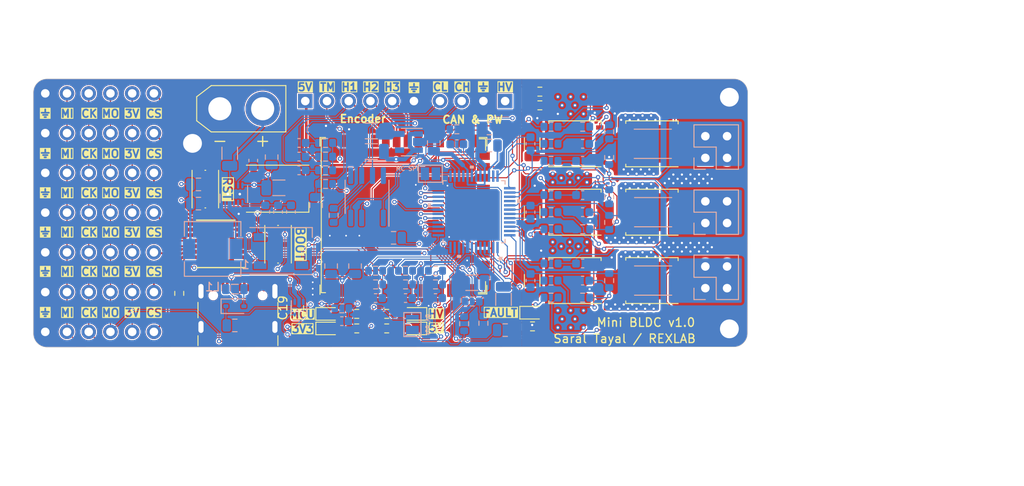
<source format=kicad_pcb>
(kicad_pcb (version 20221018) (generator pcbnew)
  (layers (0 "F.Cu" signal) (1 "In1.Cu" signal "GND") (2 "In2.Cu" signal "VM") (31 "B.Cu" signal) (34 "B.Paste" user) (35 "F.Paste" user) (36 "B.SilkS" user "B.Silkscreen") (37 "F.SilkS" user "F.Silkscreen") (38 "B.Mask" user) (39 "F.Mask" user) (44 "Edge.Cuts" user))
  (property "git_version" "WIP")
  (net 0 "")
  (net 1 "Net-(U1-12VOUT)")
  (net 2 "GND")
  (net 3 "Net-(U1-CPO)")
  (net 4 "Net-(U1-CPI)")
  (net 5 "Net-(U1-VCP)")
  (net 6 "Net-(J6-Pin_1)")
  (net 7 "Net-(J7-Pin_1)")
  (net 8 "/Power/HSU")
  (net 9 "/Power/LSU")
  (net 10 "/Power/SENSE_U")
  (net 11 "/Power/HSV")
  (net 12 "/Power/LSV")
  (net 13 "/Power/SENSE_V")
  (net 14 "/Power/HSW")
  (net 15 "/Power/LSW")
  (net 16 "/Power/SENSE_W")
  (net 17 "/Power/5VOUT")
  (net 18 "Net-(J8-Pin_1)")
  (net 19 "/Power/VOFS")
  (net 20 "/Power/CU")
  (net 21 "/Power/CV")
  (net 22 "/Power/CW")
  (net 23 "EN")
  (net 24 "Net-(D2-A)")
  (net 25 "USB_D+")
  (net 26 "USB_D-")
  (net 27 "MCU_D-")
  (net 28 "MCU_D+")
  (net 29 "Net-(D11-A)")
  (net 30 "+3V3")
  (net 31 "+5V")
  (net 32 "/PHASE_U_RAW")
  (net 33 "/PHASE_V_RAW")
  (net 34 "/PHASE_W_RAW")
  (net 35 "/CUR_U")
  (net 36 "/CUR_V")
  (net 37 "/CUR_W")
  (net 38 "/PHASE_U_FILTERED")
  (net 39 "/PHASE_V_FILTERED")
  (net 40 "/PHASE_W_FILTERED")
  (net 41 "Net-(J15-Pin_3)")
  (net 42 "Net-(J15-Pin_4)")
  (net 43 "Net-(JP1-B)")
  (net 44 "VBUS")
  (net 45 "/CURU_5V")
  (net 46 "/CURV_5V")
  (net 47 "/CURW_5V")
  (net 48 "/MCU/WL")
  (net 49 "/MCU/WH")
  (net 50 "/MCU/VL")
  (net 51 "/MCU/VH")
  (net 52 "/MCU/UL")
  (net 53 "/MCU/UH")
  (net 54 "/MCU/DRV_ENABLE")
  (net 55 "Net-(Q1-G)")
  (net 56 "Net-(Q2-G)")
  (net 57 "/MCU/CAN_TX")
  (net 58 "/MCU/CAN_RX")
  (net 59 "Net-(Q3-G)")
  (net 60 "Net-(Q4-G)")
  (net 61 "Net-(Q5-G)")
  (net 62 "Net-(Q6-G)")
  (net 64 "/TEMP_MOTOR")
  (net 65 "/HALL1")
  (net 66 "/HALL2")
  (net 67 "/HALL3")
  (net 68 "/MCU/SPI_CS0")
  (net 69 "/MCU/SPI_CLK")
  (net 70 "/MCU/SPI_MISO")
  (net 78 "/VM")
  (net 79 "/V_M_FILTERED")
  (net 80 "/PCB_TEMP")
  (net 81 "/Power/FAULT")
  (net 83 "Net-(IC3-DOUT)")
  (net 84 "/MCU/IO2")
  (net 85 "BOOT")
  (net 86 "/MCU/CS_A0")
  (net 87 "/MCU/CS_A2")
  (net 88 "/MCU/CS_A1")
  (net 89 "/MCU/RX")
  (net 90 "/MCU/TX")
  (net 91 "I2C_SDA")
  (net 92 "I2C_SCL")
  (net 93 "/MCU/SPI_CS1")
  (net 94 "/MCU/SPI_CS2")
  (net 95 "/MCU/SPI_CS3")
  (net 96 "/MCU/SPI_CS4")
  (net 97 "/MCU/SPI_CS5")
  (net 98 "/MCU/SPI_CS7")
  (net 99 "Net-(IC2-VCC)")
  (net 100 "Net-(IC2-SS)")
  (net 101 "Net-(IC2-LX)")
  (net 105 "Net-(D1-A)")
  (net 106 "Net-(J14-CC1)")
  (net 110 "/MCU/LED")
  (net 111 "Net-(D3-A)")
  (net 112 "Net-(D4-A)")
  (net 113 "Net-(D5-A)")
  (footprint "Resistor_SMD:R_0603_1608Metric" (layer "F.Cu") (at 254.04 131.76)
    (fp_text reference "R16" hide)
    (fp_text value "330")
  )
  (footprint "LED_SMD:LED_0603_1608Metric" (layer "F.Cu") (at 254.04 130.16)
    (fp_text reference "D2" hide)
    (fp_text value "LED")
  )
  (footprint "Resistor_SMD:R_0603_1608Metric" (layer "F.Cu") (at 254.9 105.9 180)
    (fp_text reference "R39" hide)
    (fp_text value "22k")
  )
  (footprint "Resistor_SMD:R_0603_1608Metric" (layer "F.Cu") (at 254.9 104.3)
    (fp_text reference "R40" hide)
    (fp_text value "1k5")
  )
  (footprint "Capacitor_SMD:C_1206_3216Metric" (layer "F.Cu") (at 254 126.4 90)
    (fp_text reference "C1" hide)
    (fp_text value "2.2uF/50V")
  )
  (footprint "Capacitor_SMD:C_1206_3216Metric" (layer "F.Cu") (at 254 118.4 90)
    (fp_text reference "C2" hide)
    (fp_text value "2.2uF/50V")
  )
  (footprint "Package_TO_SOT_SMD:TDSON-8-1" (layer "F.Cu") (at 259 126.4 180)
    (fp_text reference "Q1" hide)
    (fp_text value "BSC026N08NS5")
  )
  (footprint "Package_TO_SOT_SMD:TDSON-8-1" (layer "F.Cu") (at 259 118.4 180)
    (fp_text reference "Q3" hide)
    (fp_text value "BSC026N08NS5")
  )
  (footprint "Package_TO_SOT_SMD:TDSON-8-1" (layer "F.Cu") (at 259 110.4 180)
    (fp_text reference "Q5" hide)
    (fp_text value "BSC026N08NS5")
  )
  (footprint "Package_TO_SOT_SMD:TDSON-8-1" (layer "F.Cu") (at 268 110.4 180)
    (fp_text reference "Q6" hide)
    (fp_text value "BSC026N08NS5")
  )
  (footprint "Package_TO_SOT_SMD:TDSON-8-1" (layer "F.Cu") (at 268 118.4 180)
    (fp_text reference "Q4" hide)
    (fp_text value "BSC026N08NS5")
  )
  (footprint "Package_TO_SOT_SMD:TDSON-8-1" (layer "F.Cu") (at 268 126.4 180)
    (fp_text reference "Q2" hide)
    (fp_text value "BSC026N08NS5")
  )
  (footprint "Capacitor_SMD:C_1206_3216Metric" (layer "F.Cu") (at 254 110.4 90)
    (fp_text reference "C3" hide)
    (fp_text value "2.2uF/50V")
  )
  (footprint "LED_SMD:LED_0603_1608Metric" (layer "F.Cu") (at 240.2 132 180)
    (fp_text reference "D5" hide)
    (fp_text value "LED")
  )
  (footprint "Resistor_SMD:R_0603_1608Metric" (layer "F.Cu") (at 237 130.3 180)
    (fp_text reference "R37" hide)
    (fp_text value "330")
  )
  (footprint "Button_Switch_SMD:SW_Push_1P1T_NO_CK_KMR2" (layer "F.Cu") (at 224.3 122.15 -90)
    (fp_text reference "SW3" hide)
    (fp_text value "SW_Push_Dual_x2")
  )
  (footprint "Connector_PinHeader_2.54mm:PinHeader_1x06_P2.54mm_Vertical" (layer "F.Cu") (at 197.09 104.5 90)
    (fp_text reference "J12" hide)
    (fp_text value "Conn_01x06")
  )
  (footprint "MountingHole:MountingHole_2.2mm_M2_DIN965_Pad_TopBottom" (layer "F.Cu") (at 277.05 132.05)
    (fp_text reference "H4" hide)
    (fp_text value "MountingHole_Pad")
  )
  (footprint "Connector_PinHeader_2.54mm:PinHeader_1x06_P2.54mm_Vertical" (layer "F.Cu") (at 197.09 127.75 90)
    (fp_text reference "J3" hide)
    (fp_text value "Conn_01x06")
  )
  (footprint "Connector_AMASS:AMASS_XT30U-F_1x02_P5.0mm_Vertical" (layer "F.Cu") (at 217.5 106.3)
    (fp_text reference "J13" hide)
    (fp_text value "Conn_01x02")
  )
  (footprint "PCM_Espressif:ESP32-S3-WROOM-1U" (layer "F.Cu") (at 238.8 118.815 90)
    (fp_text reference "U8" hide)
    (fp_text value "ESP32-S3-WROOM-1")
  )
  (footprint "Resistor_SMD:R_0603_1608Metric" (layer "F.Cu") (at 237 132 180)
    (fp_text reference "R42" hide)
    (fp_text value "330")
  )
  (footprint "Button_Switch_SMD:SW_Push_1P1T_NO_CK_KMR2" (layer "F.Cu") (at 215.8 115.7 -90)
    (fp_text reference "SW1" hide)
    (fp_text value "SW_Push_Dual_x2")
  )
  (footprint "MountingHole:MountingHole_2.2mm_M2_DIN965_Pad_TopBottom" (layer "F.Cu") (at 214.3 110.35)
    (fp_text reference "H2" hide)
    (fp_text value "MountingHole_Pad")
  )
  (footprint "LED_SMD:LED_WS2812B_PLCC4_5.0x5.0mm_P3.2mm" (layer "F.Cu") (at 224.25 115.65)
    (fp_text reference "IC4" hide)
    (fp_text value "WS2812B")
  )
  (footprint "Capacitor_SMD:C_0805_2012Metric" (layer "F.Cu") (at 226.55 129.6 90)
    (fp_text reference "C19")
    (fp_text value "100nF/100V")
  )
  (footprint "Resistor_SMD:R_0603_1608Metric" (layer "F.Cu") (at 233.5 132)
    (fp_text reference "R38" hide)
    (fp_text value "330")
  )
  (footprint "Connector_PinHeader_2.54mm:PinHeader_1x06_P2.54mm_Vertical" (layer "F.Cu") (at 197.09 132.4 90)
    (fp_text reference "J2" hide)
    (fp_text value "Conn_01x06")
  )
  (footprint "Connector_USB:USB_C_Receptacle_GCT_USB4105-xx-A_16P_TopMnt_Horizontal" (layer "F.Cu") (at 219.61 130.755)
    (fp_text reference "J14" hide)
    (fp_text value "USB_C_Receptacle_USB2.0")
  )
  (footprint "MountingHole:MountingHole_2.2mm_M2_DIN965_Pad_TopBottom" (layer "F.Cu") (at 277.05 104.95)
    (fp_text reference "H3" hide)
    (fp_text value "MountingHole_Pad")
  )
  (footprint "Connector_PinHeader_2.54mm:PinHeader_1x06_P2.54mm_Vertical" (layer "F.Cu") (at 197.09 118.45 90)
    (fp_text reference "J9" hide)
    (fp_text value "Conn_01x06")
  )
  (footprint "Connector_PinHeader_2.54mm:PinHeader_1x06_P2.54mm_Vertical" (layer "F.Cu") (at 197.09 113.8 90)
    (fp_text reference "J10" hide)
    (fp_text value "Conn_01x06")
  )
  (footprint "Resistor_SMD:R_0603_1608Metric" (layer "F.Cu") (at 212.75 127.9 90)
    (fp_text reference "R31" hide)
    (fp_text value "5.1K")
  )
  (footprint "Package_SO:TSSOP-16-1EP_4.4x5mm_P0.65mm" (layer "F.Cu") (at 217.015 122.0575 180)
    (fp_text reference "IC1" hide)
    (fp_text value "SN74HC138PW")
  )
  (footprint "LED_SMD:LED_0603_1608Metric" (layer "F.Cu") (at 230.2 130.3)
    (fp_text reference "D1" hide)
    (fp_text value "LED")
  )
  (footprint "Connector_PinHeader_2.54mm:PinHeader_1x04_P2.54mm_Vertical" (layer "F.Cu") (at 250.84 105.4 -90)
    (fp_text reference "J15" hide)
    (fp_text value "Conn_01x04_Pin")
  )
  (footprint "LED_SMD:LED_0603_1608Metric" (layer "F.Cu") (at 240.2 130.3 180)
    (fp_text reference "D3" hide)
    (fp_text value "LED")
  )
  (footprint "Connector_PinHeader_2.54mm:PinHeader_1x06_P2.54mm_Vertical" (layer "F.Cu") (at 197.09 109.15 90)
    (fp_text reference "J11" hide)
    (fp_text value "Conn_01x06")
  )
  (footprint "LED_SMD:LED_0603_1608Metric" (layer "F.Cu") (at 230.2 132)
    (fp_text reference "D4" hide)
    (fp_text value "LED")
  )
  (footprint "Resistor_SMD:R_0603_1608Metric" (layer "F.Cu") (at 233.5 130.3)
    (fp_text reference "R32" hide)
    (fp_text value "330")
  )
  (footprint "Connector_PinHeader_2.54mm:PinHeader_1x06_P2.54mm_Vertical" (layer "F.Cu") (at 197.09 123.1 90)
    (fp_text reference "J4" hide)
    (fp_text value "Conn_01x06")
  )
  (footprint "Resistor_SMD:R_0603_1608Metric" (layer "B.Cu") (at 256.2 124.4 180)
    (fp_text reference "R4" hide)
    (fp_text value "10R")
  )
  (footprint "Capacitor_SMD:C_1206_3216Metric" (layer "B.Cu") (at 246.95 126.65)
    (fp_text reference "C4" hide)
    (fp_text value "2.2uF/50V")
  )
  (footprint "Capacitor_SMD:C_1206_3216Metric" (layer "B.Cu") (at 250.65 128.6 90)
    (fp_text reference "C5" hide)
    (fp_text value "2.2uF/50V")
  )
  (footprint "Capacitor_SMD:C_0805_2012Metric" (layer "B.Cu") (at 250.85 132.2)
    (fp_text reference "C6" hide)
    (fp_text value "100nF/100V")
  )
  (footprint "Capacitor_SMD:C_0603_1608Metric" (layer "B.Cu") (at 242.7 128.45 180)
    (fp_text reference "C15" hide)
    (fp_text value "DNP")
  )
  (footprint "Capacitor_SMD:C_0603_1608Metric" (layer "B.Cu") (at 245.2 110.45)
    (fp_text reference "C11" hide)
    (fp_text value "22nF/100V")
  )
  (footprint "Capacitor_SMD:C_0805_2012Metric" (layer "B.Cu") (at 242.5 110.3 90)
    (fp_text reference "C13" hide)
    (fp_text value "100nF/100V")
  )
  (footprint "Capacitor_SMD:C_0603_1608Metric" (layer "B.Cu") (at 259.9 116.4)
    (fp_text reference "C25" hide)
    (fp_text value "1nF/100V")
  )
  (footprint "Capacitor_SMD:C_0603_1608Metric" (layer "B.Cu") (at 259.9 112.4)
    (fp_text reference "C26" hide)
    (fp_text value "1nF/100V")
  )
  (footprint "Resistor_SMD:R_0603_1608Metric" (layer "B.Cu") (at 256.2 118.4 180)
    (fp_text reference "R5" hide)
    (fp_text value "2R2")
  )
  (footprint "Resistor_SMD:R_0603_1608Metric" (layer "B.Cu") (at 256.2 120.4 180)
    (fp_text reference "R6" hide)
    (fp_text value "2R2")
  )
  (footprint "Capacitor_SMD:C_0603_1608Metric" (layer "B.Cu") (at 239.2 128.45 180)
    (fp_text reference "C27" hide)
    (fp_text value "DNP")
  )
  (footprint "Resistor_SMD:R_2512_6332Metric" (layer "B.Cu") (at 268.1375 118.4 180)
    (fp_text reference "R7" hide)
    (fp_text value "33mR")
  )
  (footprint "Capacitor_SMD:C_0603_1608Metric" (layer "B.Cu") (at 235.7 128.45 180)
    (fp_text reference "C28" hide)
    (fp_text value "DNP")
  )
  (footprint "Resistor_SMD:R_0603_1608Metric" (layer "B.Cu") (at 256.2 116.4 180)
    (fp_text reference "R8" hide)
    (fp_text value "10R")
  )
  (footprint "Resistor_SMD:R_0603_1608Metric" (layer "B.Cu") (at 256.2 110.4 180)
    (fp_text reference "R9" hide)
    (fp_text value "2R2")
  )
  (footprint "Resistor_SMD:R_0603_1608Metric" (layer "B.Cu") (at 256.2 108.4 180)
    (fp_text reference "R10" hide)
    (fp_text value "2R2")
  )
  (footprint "Resistor_SMD:R_2512_6332Metric" (layer "B.Cu") (at 268.1 110.4 180)
    (fp_text reference "R11" hide)
    (fp_text value "33mR")
  )
  (footprint "Resistor_SMD:R_0603_1608Metric" (layer "B.Cu") (at 247 128.85)
    (fp_text reference "R13" hide)
    (fp_text value "DNP")
  )
  (footprint "Resistor_SMD:R_0603_1608Metric" (layer "B.Cu") (at 248.3 131.4 -90)
    (fp_text reference "R14" hide)
    (fp_text value "10k")
  )
  (footprint "Resistor_SMD:R_0603_1608Metric" (layer "B.Cu") (at 246.05 131.45 90)
    (fp_text reference "R15" hide)
    (fp_text value "10k")
  )
  (footprint "Resistor_SMD:R_0603_1608Metric" (layer "B.Cu") (at 242.7 125.25)
    (fp_text reference "R17" hide)
    (fp_text value "1k5")
  )
  (footprint "Resistor_SMD:R_0603_1608Metric" (layer "B.Cu") (at 242.7 126.85 180)
    (fp_text reference "R18" hide)
    (fp_text value "2k2")
  )
  (footprint "Resistor_SMD:R_0603_1608Metric" (layer "B.Cu") (at 239.2 125.25)
    (fp_text reference "R19" hide)
    (fp_text value "1k5")
  )
  (footprint "Resistor_SMD:R_0603_1608Metric" (layer "B.Cu") (at 239.2 126.85 180)
    (fp_text reference "R20" hide)
    (fp_text value "2k2")
  )
  (footprint "Resistor_SMD:R_0603_1608Metric" (layer "B.Cu") (at 235.7 125.25)
    (fp_text reference "R21" hide)
    (fp_text value "1k5")
  )
  (footprint "Resistor_SMD:R_0603_1608Metric" (layer "B.Cu") (at 235.7 126.85 180)
    (fp_text reference "R22" hide)
    (fp_text value "2k2")
  )
  (footprint "Resistor_SMD:R_0603_1608Metric" (layer "B.Cu") (at 245.2 108.7)
    (fp_text reference "R29" hide)
    (fp_text value "10k")
  )
  (footprint "Resistor_SMD:R_0603_1608Metric" (layer "B.Cu") (at 256.2 128.4 180)
    (fp_text reference "R2" hide)
    (fp_text value "2R2")
  )
  (footprint "Resistor_SMD:R_2512_6332Metric" (layer "B.Cu") (at 268.1375 126.4 180)
    (fp_text reference "R3" hide)
    (fp_text value "33mR")
  )
  (footprint "Capacitor_SMD:C_0805_2012Metric" (layer "B.Cu") (at 249 110.6 180)
    (fp_text reference "C12" hide)
    (fp_text value "100nF/100V")
  )
  (footprint "Capacitor_SMD:C_0805_2012Metric" (layer "B.Cu") (at 249 108.6)
    (fp_text reference "C14" hide)
    (fp_text value "100nF/100V")
  )
  (footprint "Capacitor_SMD:C_0603_1608Metric" (layer "B.Cu") (at 259.9 126.4 180)
    (fp_text reference "C29" hide)
    (fp_text value "DNP")
  )
  (footprint "Capacitor_SMD:C_0603_1608Metric" (layer "B.Cu") (at 259.9 118.4 180)
    (fp_text reference "C30" hide)
    (fp_text value "DNP")
  )
  (footprint "Resistor_SMD:R_0603_1608Metric" (layer "B.Cu") (at 263 119.6 -90)
    (fp_text reference "R25" hide)
    (fp_text value "22k")
  )
  (footprint "Capacitor_SMD:C_0603_1608Metric" (layer "B.Cu") (at 259.9 110.4 180)
    (fp_text reference "C31" hide)
    (fp_text value "DNP")
  )
  (footprint "Resistor_SMD:R_0603_1608Metric" (layer "B.Cu") (at 259.9 128.4 180)
    (fp_text reference "R24" hide)
    (fp_text value "1k5")
  )
  (footprint "Resistor_SMD:R_0603_1608Metric" (layer "B.Cu") (at 259.9 108.4 180)
    (fp_text reference "R28" hide)
    (fp_text value "1k5")
  )
  (footprint "Resistor_SMD:R_0603_1608Metric" (layer "B.Cu") (at 263 126.4 -90)
    (fp_text reference "R23" hide)
    (fp_text value "22k")
  )
  (footprint "Resistor_SMD:R_0603_1608Metric" (layer "B.Cu") (at 259.9 120.4 180)
    (fp_text reference "R26" hide)
    (fp_text value "1k5")
  )
  (footprint "Capacitor_SMD:C_1206_3216Metric" (layer "B.Cu") (at 235.2 108.9 180)
    (fp_text reference "C21" hide)
    (fp_text value "10uF/25V")
  )
  (footprint "Capacitor_SMD:C_1206_3216Metric" (layer "B.Cu") (at 235.2 111.3 180)
    (fp_text reference "C20" hide)
    (fp_text value "10uF/25V")
  )
  (footprint "Capacitor_SMD:C_0603_1608Metric" (layer "B.Cu") (at 253.8 118.4 -90)
    (fp_text reference "C9" hide)
    (fp_text value "470nF/16V")
  )
  (footprint "Capacitor_SMD:C_0603_1608Metric" (layer "B.Cu") (at 253.8 126.4 -90)
    (fp_text reference "C8" hide)
    (fp_text value "470nF/16V")
  )
  (footprint "Capacitor_SMD:C_0603_1608Metric" (layer "B.Cu") (at 253.8 110.4 90)
    (fp_text reference "C10" hide)
    (fp_text value "470nF/16V")
  )
  (footprint "footprints:TMC6200-TA" (layer "B.Cu") (at 247.2 118.35 90)
    (fp_text reference "U1" hide)
    (fp_text value "TMC6200-TA" hide)
  )
  (footprint "Resistor_SMD:R_0603_1608Metric" (layer "B.Cu") (at 256.2 126.4 180)
    (fp_text reference "R1" hide)
    (fp_text value "2R2")
  )
  (footprint "Resistor_SMD:R_0603_1608Metric" (layer "B.Cu") (at 263 109 90)
    (fp_text reference "R27" hide)
    (fp_text value "22k")
  )
  (footprint "Resistor_SMD:R_0603_1608Metric" (layer "B.Cu") (at 256.2 112.4 180)
    (fp_text reference "R12" hide)
    (fp_text value "10R")
  )
  (footprint "Connector_PinHeader_2.54mm:PinHeader_1x06_P2.54mm_Vertical" (layer "B.Cu") (at 227.48 105.4 -90)
    (fp_text reference "J1" hide)
    (fp_text value "Conn_01x06_Male")
  )
  (footprint "Capacitor_SMD:C_0603_1608Metric" (layer "B.Cu") (at 259.9 124.4)
    (fp_text reference "C24" hide)
    (fp_text value "1nF/100V")
  )
  (footprint "Capacitor_SMD:C_0805_2012Metric" (layer "B.Cu") (at 237.8 121.4 180)
    (fp_text reference "C7" hide)
    (fp_text value "100nF/100V")
  )
  (footprint "Package_TO_SOT_SMD:SOT-23-5" (layer "B.Cu") (at 239.6 110.2 180)
    (fp_text reference "U2" hide)
    (fp_text value "XC6220B331MR")
  )
  (footprint "Package_SO:SOIC-8_3.9x4.9mm_P1.27mm" (layer "B.Cu") (at 234.7 116.6 90)
    (fp_text reference "U5" hide)
    (fp_text value "SN65HVD232")
  )
  (footprint "Resistor_SMD:R_0603_1608Metric" (layer "B.Cu") (at 229.85 113.5 180)
    (fp_text reference "R33" hide)
    (fp_text value "2k2")
  )
  (footprint "Resistor_SMD:R_0603_1608Metric" (layer "B.Cu") (at 229.85 111.9 180)
    (fp_text reference "R34" hide)
    (fp_text value "2k2")
  )
  (footprint "Capacitor_SMD:C_0603_1608Metric" (layer "B.Cu") (at 226.75 113.5 180)
    (fp_text reference "C45" hide)
    (fp_text value "DNP")
  )
  (footprint "Capacitor_SMD:C_0603_1608Metric" (layer "B.Cu") (at 226.75 111.9 180)
    (fp_text reference "C46" hide)
    (fp_text value "DNP")
  )
  (footprint "Resistor_SMD:R_0603_1608Metric" (layer "B.Cu") (at 229.85 110.3 180)
    (fp_text reference "R35" hide)
    (fp_text value "2k2")
  )
  (footprint "Resistor_SMD:R_0603_1608Metric" (layer "B.Cu") (at 229.85 115.1 180)
    (fp_text reference "R30" hide)
    (fp_text value "10k")
  )
  (footprint "Capacitor_SMD:C_0603_1608Metric" (layer "B.Cu") (at 226.75 110.3 180)
    (fp_text reference "C47" hide)
    (fp_text value "DNP")
  )
  (footprint "Resistor_SMD:R_0603_1608Metric" (layer "B.Cu") (at 263 112 90)
    (fp_text reference "R41" hide)
    (fp_text value "10k")
  )
  (footprint "Resistor_SMD:R_0603_1608Metric" (layer "B.Cu") (at 263 116.6 90)
    (fp_text reference "TH1" hide)
    (fp_text value "Thermistor_NTC")
  )
  (footprint "Connector_PinHeader_2.54mm:PinHeader_2x02_P2.54mm_Vertical" (layer "B.Cu") (at 274.24 112.05)
    (fp_text reference "J8" hide)
    (fp_text value "Conn_02x02_Counter_Clockwise")
  )
  (footprint "Connector_PinHeader_2.54mm:PinHeader_2x02_P2.54mm_Vertical" (layer "B.Cu") (at 274.24 119.67)
    (fp_text reference "J7" hide)
    (fp_text value "Conn_02x02_Counter_Clockwise")
  )
  (footprint "Connector_PinHeader_2.54mm:PinHeader_2x02_P2.54mm_Vertical" (layer "B.Cu") (at 274.24 127.29)
    (fp_text reference "J6" hide)
    (fp_text value "Conn_02x02_Counter_Clockwise")
  )
  (footprint "Resistor_SMD:R_0603_1608Metric" (layer "B.Cu") (at 230.8 118.775 90)
    (fp_text reference "R36" hide)
    (fp_text value "120R")
  )
  (footprint "Capacitor_SMD:C_0805_2012Metric" (layer "B.Cu") (at 228.75 117.6 -90)
    (fp_text reference "C32" hide)
    (fp_text value "100nF/100V")
  )
  (footprint "Capacitor_SMD:C_0805_2012Metric" (layer "B.Cu") (at 219.25 131.65)
    (fp_text reference "C68" hide)
    (fp_text value "22uF")
  )
  (footprint "Capacitor_SMD:C_0603_1608Metric" (layer "B.Cu") (at 222.81 118.375 -90)
    (fp_text reference "C34" hide)
    (fp_text value "1nF/100V")
  )
  (footprint "Package_TO_SOT_SMD:SOT-563" (layer "B.Cu") (at 226.75 129.65 -90)
    (fp_text reference "D8" hide)
    (fp_text value "NUF2042XV6T1G")
  )
  (footprint "Capacitor_SMD:C_1206_3216Metric" (layer "B.Cu") (at 224.4 115.55)
    (fp_text reference "C16" hide)
    (fp_text value "2.2uF/50V")
  )
  (footprint "Capacitor_SMD:C_0603_1608Metric" (layer "B.Cu") (at 221.4 112.35 -90)
    (fp_text reference "C23" hide)
    (fp_text value "1u")
  )
  (footprint "Capacitor_SMD:C_0603_1608Metric" (layer "B.Cu") (at 225.81 118.375 -90)
    (fp_text reference "C36" hide)
    (fp_text value "1nF/100V")
  )
  (footprint "Package_DFN_QFN:TDFN-10-1EP_2x3mm_P0.5mm_EP0.9x2mm_ThermalVias" (layer "B.Cu") (at 219.13 116.285 -90)
    (fp_text reference "IC2" hide)
    (fp_text value "MAX17502EATB+T")
  )
  (footprint "Capacitor_SMD:C_0805_2012Metric" (layer "B.Cu") (at 223.55 111.95 90)
    (fp_text reference "C17" hide)
    (fp_text value "100nF/100V")
  )
  (footprint "Jumper:SolderJumper-2_P1.3mm_Open_Pad1.0x1.5mm" (layer "B.Cu") (at 242.1 113.9)
    (fp_text reference "JP1" hide)
    (fp_text value "SolderJumper_2_Open")
  )
  (footprint "Capacitor_SMD:C_1206_3216Metric" (layer "B.Cu") (at 218.65 111.5 90)
    (fp_text reference "C22" hide)
    (fp_text value "2.2uF/50V")
  )
  (footprint "Inductor_SMD:L_6.3x6.3_H3" (layer "B.Cu") (at 216.65 122.7)
    (fp_text reference "L1")
    (fp_text value "L 15uh")
  )
  (footprint "Capacitor_SMD:C_0805_2012Metric" (layer "B.Cu") (at 215 115.15)
    (fp_text reference "C55" hide)
    (fp_text value "22u")
  )
  (footprint "Capacitor_SMD:C_0805_2012Metric" (layer "B.Cu") (at 233.3 124.7 90)
    (fp_text reference "C18" hide)
    (fp_text value "100nF/100V")
  )
  (footprint "Capacitor_SMD:C_0805_2012Metric" (layer "B.Cu") (at 215 117.4)
    (fp_text reference "C56" hide)
    (fp_text value "22u")
  )
  (footprint "Diode_SMD:D_SOD-323" (layer "B.Cu") (at 219.25 129.4)
    (fp_text reference "D11" hide)
    (fp_text value "D")
  )
  (footprint "Capacitor_SMD:C_0603_1608Metric" (layer "B.Cu") (at 224.3 118.375 -90)
    (fp_text reference "C35" hide)
    (fp_text value "1nF/100V")
  )
  (footprint "LED_SMD:LED_WS2812B_PLCC4_5.0x5.0mm_P3.2mm" (layer "B.Cu") (at 224.65 122.95)
    (fp_text reference "IC3" hide)
    (fp_text value "WS2812B")
  )
  (footprint "Jumper:SolderJumper-2_P1.3mm_Open_Pad1.0x1.5mm" (layer "B.Cu") (at 240 131.55 90)
    (fp_text reference "JP2" hide)
    (fp_text value "SolderJumper_2_Open")
  )
  (footprint "Capacitor_SMD:C_0805_2012Metric" (layer "B.Cu") (at 230.5 124.7 90)
    (fp_text reference "C33" hide)
    (fp_text value "22u")
  )
  (footprint "Resistor_SMD:R_0603_1608Metric" (layer "B.Cu") (at 231.75 129.65)
    (fp_text reference "R82" hide)
    (fp_text value "10K")
  )
  (footprint "Capacitor_SMD:C_0603_1608Metric" (layer "B.Cu") (at 231.75 131.15 180)
    (fp_text reference "C70" hide)
    (fp_text value "1uF")
  )
  (footprint "Inductor_SMD:L_0805_2012Metric" (layer "B.Cu") (at 219.25 127.4)
    (fp_text reference "L3" hide)
    (fp_text value "100Mhz 40Ohm 1.5A")
  )
  (gr_line (start 197.300001 134.199999) (end 277.568629 134.168629) (stroke (width 0.05)) (layer "Edge.Cuts"))
  (gr_line (start 195.700001 104.400001) (end 195.700001 132.599999) (stroke (width 0.05)) (layer "Edge.Cuts"))
  (gr_arc (start 197.300001 134.199999) (mid 196.16863 133.73137) (end 195.700001 132.599999) (stroke (width 0.05)) (layer "Edge.Cuts"))
  (gr_line (start 279.168629 132.568629) (end 279.2 104.4) (stroke (width 0.05)) (layer "Edge.Cuts"))
  (gr_line (start 197.300001 102.800001) (end 277.6 102.8) (stroke (width 0.05)) (layer "Edge.Cuts"))
  (gr_arc (start 277.6 102.8) (mid 278.731371 103.268629) (end 279.2 104.4) (stroke (width 0.05)) (layer "Edge.Cuts"))
  (gr_arc (start 195.700001 104.400001) (mid 196.16863 103.26863) (end 197.300001 102.800001) (stroke (width 0.05)) (layer "Edge.Cuts"))
  (gr_arc (start 279.168629 132.568629) (mid 278.7 133.7) (end 277.568629 134.168629) (stroke (width 0.05)) (layer "Edge.Cuts"))
  (gr_text "MC SPI" (at 238 113.6) (layer "B.SilkS") (effects (font (size 0.5 0.5) (thickness 0.1) bold) (justify left bottom)))
  (gr_text "5V out" (at 241.5 130.25 270) (layer "B.SilkS") (effects (font (size 0.5 0.5) (thickness 0.1) bold) (justify left bottom)))
  (gr_text "MO" (at 203.6 125.9) (layer "F.SilkS" knockout) (effects (font (size 0.9 0.9) (thickness 0.2) bold) (justify left bottom)))
  (gr_text "3V" (at 206.3 112.1) (layer "F.SilkS" knockout) (effects (font (size 0.9 0.9) (thickness 0.2) bold) (justify left bottom)))
  (gr_text "CH\n" (at 244.8 104.3) (layer "F.SilkS" knockout) (effects (font (size 0.9 0.9) (thickness 0.2) bold) (justify left bottom)))
  (gr_text "MCU\n" (at 225.6 130.9) (layer "F.SilkS" knockout) (effects (font (size 0.9 0.9) (thickness 0.2) bold) (justify left bottom)))
  (gr_text "MI" (at 198.8 116.7) (layer "F.SilkS" knockout) (effects (font (size 0.9 0.9) (thickness 0.2) bold) (justify left bottom)))
  (gr_text "⏚" (at 196.4 107.4) (layer "F.SilkS" knockout) (effects (font (size 0.9 0.9) (thickness 0.2) bold) (justify left bottom)))
  (gr_text "3V" (at 206.3 121.3) (layer "F.SilkS" knockout) (effects (font (size 0.9 0.9) (thickness 0.2) bold) (justify left bottom)))
  (gr_text "⏚" (at 196.4 116.7) (layer "F.SilkS" knockout) (effects (font (size 0.9 0.9) (thickness 0.2) bold) (justify left bottom)))
  (gr_text "CS" (at 208.8 121.3) (layer "F.SilkS" knockout) (effects (font (size 0.9 0.9) (thickness 0.2) bold) (justify left bottom)))
  (gr_text "⏚" (at 239.5 104.4) (layer "F.SilkS" knockout) (effects (font (size 0.9 0.9) (thickness 0.2) bold) (justify left bottom)))
  (gr_text "5V" (at 241.8 132.5) (layer "F.SilkS" knockout) (effects (font (size 0.9 0.9) (thickness 0.2) bold) (justify left bottom)))
  (gr_text "CK" (at 201.2 107.4) (layer "F.SilkS" knockout) (effects (font (size 0.9 0.9) (thickness 0.2) bold) (justify left bottom)))
  (gr_text "CS" (at 208.8 130.7) (layer "F.SilkS" knockout) (effects (font (size 0.9 0.9) (thickness 0.2) bold) (justify left bottom)))
  (gr_text "MI" (at 198.8 130.7) (layer "F.SilkS" knockout) (effects (font (size 0.9 0.9) (thickness 0.2) bold) (justify left bottom)))
  (gr_text "⏚" (at 196.4 121.3) (layer "F.SilkS" knockout) (effects (font (size 0.9 0.9) (thickness 0.2) bold) (justify left bottom)))
  (gr_text "3V" (at 206.3 116.7) (layer "F.SilkS" knockout) (effects (font (size 0.9 0.9) (thickness 0.2) bold) (justify left bottom)))
  (gr_text "HV" (at 241.75 130.85) (layer "F.SilkS" knockout) (effects (font (size 0.9 0.9) (thickness 0.2) bold) (justify left bottom)))
  (gr_text "MO" (at 203.6 121.3) (layer "F.SilkS" knockout) (effects (font (size 0.9 0.9) (thickness 0.2) bold) (justify left bottom)))
  (gr_text "MI" (at 198.8 121.3) (layer "F.SilkS" knockout) (effects (font (size 0.9 0.9) (thickness 0.2) bold) (justify left bottom)))
  (gr_text "CS" (at 208.8 112.1) (layer "F.SilkS" knockout) (effects (font (size 0.9 0.9) (thickness 0.2) bold) (justify left bottom)))
  (gr_text "CS" (at 208.8 107.4) (layer "F.SilkS" knockout) (effects (font (size 0.9 0.9) (thickness 0.2) bold) (justify left bottom)))
  (gr_text "CL\n" (at 242.3 104.3) (layer "F.SilkS" knockout) (effects (font (size 0.9 0.9) (thickness 0.2) bold) (justify left bottom)))
  (gr_text "⏚" (at 196.4 130.7) (layer "F.SilkS" knockout) (effects (font (size 0.9 0.9) (thickness 0.2) bold) (justify left bottom)))
  (gr_text "H1\n" (at 231.6 104.3) (layer "F.SilkS" knockout) (effects (font (size 0.9 0.9) (thickness 0.2) bold) (justify left bottom)))
  (gr_text "Mini BLDC v1.0" (at 267.3 131.3) (layer "F.SilkS") (effects (font (size 1 1))))
  (gr_text "Encoder" (at 231.4 108) (layer "F.SilkS") (effects (font (size 0.9 0.9) (thickness 0.2) bold) (justify left bottom)))
  (gr_text "H3" (at 236.6 104.3) (layer "F.SilkS" knockout) (effects (font (size 0.9 0.9) (thickness 0.2) bold) (justify left bottom)))
  (gr_text "RST" (at 217.8 114.15 270) (layer "F.SilkS" knockout) (effects (font (size 1 1) (thickness 0.2) bold) (justify left bottom)))
  (gr_text "CK" (at 201.2 121.3) (layer "F.SilkS" knockout) (effects (font (size 0.9 0.9) (thickness 0.2) bold) (justify left bottom)))
  (gr_text "BOOT" (at 226.3 120 270) (layer "F.SilkS" knockout) (effects (font (size 1 1) (thickness 0.2) bold) (justify left bottom)))
  (gr_text "CK" (at 201.2 112.1) (layer "F.SilkS" knockout) (effects (font (size 0.9 0.9) (thickness 0.2) bold) (justify left bottom)))
  (gr_text "HV\n" (at 249.8 104.3) (layer "F.SilkS" knockout) (effects (font (size 0.9 0.9) (thickness 0.2) bold) (justify left bottom)))
  (gr_text "CS" (at 208.8 125.9) (layer "F.SilkS" knockout) (effects (font (size 0.9 0.9) (thickness 0.2) bold) (justify left bottom)))
  (gr_text "3V" (at 206.3 130.7) (layer "F.SilkS" knockout) (effects (font (size 0.9 0.9) (thickness 0.2) bold) (justify left bottom)))
  (gr_text "⏚" (at 247.6 104.3) (layer "F.SilkS" knockout) (effects (font (size 0.9 0.9) (thickness 0.2) bold) (justify left bottom)))
  (gr_text "⏚" (at 196.4 125.9) (layer "F.SilkS" knockout) (effects (font (size 0.9 0.9) (thickness 0.2) bold) (justify left bottom)))
  (gr_text "MI" (at 198.8 107.4) (layer "F.SilkS" knockout) (effects (font (size 0.9 0.9) (thickness 0.2) bold) (justify left bottom)))
  (gr_text "FAULT" (at 248.2 130.7) (layer "F.SilkS" knockout) (effects (font (size 0.9 0.9) (thickness 0.2) bold) (justify left bottom)))
  (gr_text "MI" (at 198.8 125.9) (layer "F.SilkS" knockout) (effects (font (size 0.9 0.9) (thickness 0.2) bold) (justify left bottom)))
  (gr_text "MO" (at 203.6 112.1) (layer "F.SilkS" knockout) (effects (font (size 0.9 0.9) (thickness 0.2) bold) (justify left bottom)))
  (gr_text "CK" (at 201.2 130.7) (layer "F.SilkS" knockout) (effects (font (size 0.9 0.9) (thickness 0.2) bold) (justify left bottom)))
  (gr_text "MO" (at 203.6 116.7) (layer "F.SilkS" knockout) (effects (font (size 0.9 0.9) (thickness 0.2) bold) (justify left bottom)))
  (gr_text "5V" (at 226.5 104.3) (layer "F.SilkS" knockout) (effects (font (size 0.9 0.9) (thickness 0.2) bold) (justify left bottom)))
  (gr_text "H2\n" (at 234.1 104.3) (layer "F.SilkS" knockout) (effects (font (size 0.9 0.9) (thickness 0.2) bold) (justify left bottom)))
  (gr_text "MO" (at 203.6 107.4) (layer "F.SilkS" knockout) (effects (font (size 0.9 0.9) (thickness 0.2) bold) (justify left bottom)))
  (gr_text "Saral Tayal / REXLAB" (at 264.8 133.2) (layer "F.SilkS") (effects (font (size 1 1))))
  (gr_text "TM\n" (at 229.1 104.3) (layer "F.SilkS" knockout) (effects (font (size 0.9 0.9) (thickness 0.2) bold) (justify left bottom)))
  (gr_text "CK" (at 201.2 125.9) (layer "F.SilkS" knockout) (effects (font (size 0.9 0.9) (thickness 0.2) bold) (justify left bottom)))
  (gr_text "CS" (at 208.8 116.7) (layer "F.SilkS" knockout) (effects (font (size 0.9 0.9) (thickness 0.2) bold) (justify left bottom)))
  (gr_text "MO" (at 203.6 130.7) (layer "F.SilkS" knockout) (effects (font (size 0.9 0.9) (thickness 0.2) bold) (justify left bottom)))
  (gr_text "3V3" (at 225.8 132.6) (layer "F.SilkS" knockout) (effects (font (size 0.9 0.9) (thickness 0.2) bold) (justify left bottom)))
  (gr_text "3V" (at 206.3 125.9) (layer "F.SilkS" knockout) (effects (font (size 0.9 0.9) (thickness 0.2) bold) (justify left bottom)))
  (gr_text "MI" (at 198.8 112.1) (layer "F.SilkS" knockout) (effects (font (size 0.9 0.9) (thickness 0.2) bold) (justify left bottom)))
  (gr_text "⏚" (at 196.4 112.1) (layer "F.SilkS" knockout) (effects (font (size 0.9 0.9) (thickness 0.2) bold) (justify left bottom)))
  (gr_text "CK" (at 201.2 116.7) (layer "F.SilkS" knockout) (effects (font (size 0.9 0.9) (thickness 0.2) bold) (justify left bottom)))
  (gr_text "3V" (at 206.3 107.4) (layer "F.SilkS" knockout) (effects (font (size 0.9 0.9) (thickness 0.2) bold) (justify left bottom)))
  (gr_text "CAN & PW" (at 243.4 108.1) (layer "F.SilkS") (effects (font (size 0.9 0.9) (thickness 0.2) bold) (justify left bottom)))
  (segment (start 247.45 123.216499) (end 250.65 126.416499) (width 0.127) (layer "B.Cu") (net 1))
  (segment (start 250.65 127.125) (end 250.65 127.45) (width 0.127) (layer "B.Cu") (net 1))
  (segment (start 250.65 126.416499) (end 250.65 127.125) (width 0.127) (layer "B.Cu") (net 1))
  (segment (start 247.45 122.525501) (end 247.45 123.216499) (width 0.127) (layer "B.Cu") (net 1))
  (segment (start 254 116.925) (end 254 115.6) (width 0.127) (layer "F.Cu") (net 2))
  (segment (start 254 115.6) (end 254.3 115.3) (width 0.127) (layer "F.Cu") (net 2))
  (segment (start 219.7 118.6) (end 219.7 119.6925) (width 0.127) (layer "F.Cu") (net 2))
  (segment (start 219.7 119.6925) (end 219.79 119.7825) (width 0.127) (layer "F.Cu") (net 2))
  (via (at 272.5 114) (size 0.5) (drill 0.26) (layers "F.Cu" "B.Cu") (net 2))
  (via (at 274.5 115) (size 0.5) (drill 0.26) (layers "F.Cu" "B.Cu") (net 2))
  (via (at 275 114.5) (size 0.5) (drill 0.26) (layers "F.Cu" "B.Cu") (net 2))
  (via (at 274 114.5) (size 0.5) (drill 0.26) (layers "F.Cu" "B.Cu") (net 2))
  (via (at 273 114.5) (size 0.5) (drill 0.26) (layers "F.Cu" "B.Cu") (net 2))
  (via (at 272 114.5) (size 0.5) (drill 0.26) (layers "F.Cu" "B.Cu") (net 2))
  (via (at 272.5 115) (size 0.5) (drill 0.26) (layers "F.Cu" "B.Cu") (net 2))
  (via (at 274.5 114) (size 0.5) (drill 0.26) (layers "F.Cu" "B.Cu") (net 2))
  (via (at 271.5 114) (size 0.5) (drill 0.26) (layers "F.Cu" "B.Cu") (net 2))
  (via (at 273.5 114) (size 0.5) (drill 0.26) (layers "F.Cu" "B.Cu") (net 2))
  (via (at 273.5 115) (size 0.5) (drill 0.26) (layers "F.Cu" "B.Cu") (net 2))
  (via (at 271.5 115) (size 0.5) (drill 0.26) (layers "F.Cu" "B.Cu") (net 2))
  (via (at 271 114.5) (size 0.5) (drill 0.26) (layers "F.Cu" "B.Cu") (net 2))
  (via (at 269.5 115) (size 0.5) (drill 0.26) (layers "F.Cu" "B.Cu") (net 2))
  (via (at 270 122.5) (size 0.5) (drill 0.26) (layers "F.Cu" "B.Cu") (net 2))
  (via (at 269.5 123) (size 0.5) (drill 0.26) (layers "F.Cu" "B.Cu") (net 2))
  (via (at 270.5 115) (size 0.5) (drill 0.26) (layers "F.Cu" "B.Cu") (net 2))
  (via (at 269 122.5) (size 0.5) (drill 0.26) (layers "F.Cu" "B.Cu") (net 2))
  (via (at 271 122.5) (size 0.5) (drill 0.26) (layers "F.Cu" "B.Cu") (net 2))
  (via (at 270.5 114) (size 0.5) (drill 0.26) (layers "F.Cu" "B.Cu") (net 2))
  (via (at 269.5 122) (size 0.5) (drill 0.26) (layers "F.Cu" "B.Cu") (net 2))
  (via (at 270 114.5) (size 0.5) (drill 0.26) (layers "F.Cu" "B.Cu") (net 2))
  (via (at 270.5 122) (size 0.5) (drill 0.26) (layers "F.Cu" "B.Cu") (net 2))
  (via (at 270.5 123) (size 0.5) (drill 0.26) (layers "F.Cu" "B.Cu") (net 2))
  (via (at 244.3 121.3) (size 0.45) (drill 0.2) (layers "F.Cu" "B.Cu") (net 2))
  (via (at 274 122.5) (size 0.5) (drill 0.26) (layers "F.Cu" "B.Cu") (net 2))
  (via (at 261.315 106.76498) (size 0.5) (drill 0.26) (layers "F.Cu" "B.Cu") (net 2))
  (via (at 271.5 123) (size 0.5) (drill 0.26) (layers "F.Cu" "B.Cu") (net 2))
  (via (at 274.5 123) (size 0.5) (drill 0.26) (layers "F.Cu" "B.Cu") (net 2))
  (via (at 275 122.5) (size 0.5) (drill 0.26) (layers "F.Cu" "B.Cu") (net 2))
  (via (at 261.556308 115.395181) (size 0.5) (drill 0.26) (layers "F.Cu" "B.Cu") (net 2))
  (via (at 273 122.5) (size 0.5) (drill 0.26) (layers "F.Cu" "B.Cu") (net 2))
  (via (at 257 106.9) (size 0.5) (drill 0.26) (layers "F.Cu" "B.Cu") (net 2))
  (via (at 240.4 115.2) (size 0.45) (drill 0.2) (layers "F.Cu" "B.Cu") (net 2))
  (via (at 263 111.95) (size 0.5) (drill 0.26) (layers "F.Cu" "B.Cu") (net 2))
  (via (at 272 122.5) (size 0.5) (drill 0.26) (layers "F.Cu" "B.Cu") (net 2))
  (via (at 263.3 123.7) (size 0.5) (drill 0.26) (layers "F.Cu" "B.Cu") (net 2))
  (via (at 272.5 122) (size 0.5) (drill 0.26) (layers "F.Cu" "B.Cu") (net 2))
  (via (at 219.7 118.6) (size 0.5) (drill 0.26) (layers "F.Cu" "B.Cu") (net 2))
  (via (at 228.35 128.05) (size 0.45) (drill 0.2) (layers "F.Cu" "B.Cu") (net 2))
  (via (at 273.5 122) (size 0.5) (drill 0.26) (layers "F.Cu" "B.Cu") (net 2))
  (via (at 244.1 115.3) (size 0.45) (drill 0.2) (layers "F.Cu" "B.Cu") (net 2))
  (via (at 260.70949 127.4) (size 0.5) (drill 0.26) (layers "F.Cu" "B.Cu") (net 2))
  (via (at 273.5 123) (size 0.5) (drill 0.26) (layers "F.Cu" "B.Cu") (net 2))
  (via (at 233.8 121.15) (size 0.45) (drill 0.2) (layers "F.Cu" "B.Cu") (net 2))
  (via (at 246.4 124.05) (size 0.45) (drill 0.2) (layers "F.Cu" "B.Cu") (net 2))
  (via (at 263.65 106.85) (size 0.5) (drill 0.26) (layers "F.Cu" "B.Cu") (net 2))
  (via (at 241.9 129.35) (size 0.45) (drill 0.2) (layers "F.Cu" "B.Cu") (net 2))
  (via (at 232.6 108.7) (size 0.5) (drill 0.26) (layers "F.Cu" "B.Cu") (net 2))
  (via (at 232.25 121.15) (size 0.45) (drill 0.2) (layers "F.Cu" "B.Cu") (net 2))
  (via (at 230.35 121.15) (size 0.45) (drill 0.2) (layers "F.Cu" "B.Cu") (net 2))
  (via (at 254.6 107.4) (size 0.5) (drill 0.26) (layers "F.Cu" "B.Cu") (net 2))
  (via (at 228.35 127.35) (size 0.45) (drill 0.2) (layers "F.Cu" "B.Cu") (net 2))
  (via (at 255.05 122.9) (size 0.5) (drill 0.26) (layers "F.Cu" "B.Cu") (net 2))
  (via (at 254 131.6) (size 0.5) (drill 0.26) (layers "F.Cu" "B.Cu") (net 2))
  (via (at 254.3 115.3) (size 0.5) (drill 0.26) (layers "F.Cu" "B.Cu") (net 2))
  (via (at 260.775 119.425) (size 0.5) (drill 0.26) (layers "F.Cu" "B.Cu") (net 2))
  (via (at 228.35 126.6) (size 0.45) (drill 0.2) (layers "F.Cu" "B.Cu") (net 2))
  (via (at 271.5 122) (size 0.5) (drill 0.26) (layers "F.Cu" "B.Cu") (net 2))
  (via (at 274.5 122) (size 0.5) (drill 0.26) (layers "F.Cu" "B.Cu") (net 2))
  (via (at 229.9 108.3) (size 0.5) (drill 0.26) (layers "F.Cu" "B.Cu") (net 2))
  (via (at 272.5 123) (size 0.5) (drill 0.26) (layers "F.Cu" "B.Cu") (net 2))
  (segment (start 263.849999 107.049999) (end 263.849999 108.352265) (width 0.127) (layer "B.Cu") (net 2))
  (segment (start 263.65 106.85) (end 263.849999 107.049999) (width 0.127) (layer "B.Cu") (net 2))
  (segment (start 262.7 109.097736) (end 262.2 109.597736) (width 0.127) (layer "B.Cu") (net 2))
  (segment (start 218.63 117.2975) (end 218.63 118.03) (width 0.127) (layer "B.Cu") (net 2))
  (segment (start 263 111.95) (end 261.125 111.95) (width 0.127) (layer "B.Cu") (net 2))
  (segment (start 262.2 109.597736) (end 262.2 110) (width 0.127) (layer "B.Cu") (net 2))
  (segment (start 259.125 118.4) (end 260.15 119.425) (width 0.127) (layer "B.Cu") (net 2))
  (segment (start 261.13449 111.06551) (end 259.79051 111.06551) (width 0.127) (layer "B.Cu") (net 2))
  (segment (start 259.125 126.875) (end 259.65 127.4) (width 0.127) (layer "B.Cu") (net 2))
  (segment (start 263 111.95) (end 263 111.175) (width 0.127) (layer "B.Cu") (net 2))
  (segment (start 263.849999 108.352265) (end 263.104528 109.097736) (width 0.127) (layer "B.Cu") (net 2))
  (segment (start 261.125 111.95) (end 260.675 112.4) (width 0.127) (layer "B.Cu") (net 2))
  (segment (start 259.65 127.4) (end 260.70949 127.4) (width 0.127) (layer "B.Cu") (net 2))
  (segment (start 259.25 108.4) (end 259.075 108.4) (width 0.127) (layer "B.Cu") (net 2))
  (segment (start 261.5 123.7) (end 263.3 123.7) (width 0.127) (layer "B.Cu") (net 2))
  (segment (start 262.2 110) (end 261.13449 111.06551) (width 0.127) (layer "B.Cu") (net 2))
  (segment (start 260.8 124.4) (end 261.5 123.7) (width 0.127) (layer "B.Cu") (net 2))
  (segment (start 219.2 118.6) (end 219.7 118.6) (width 0.127) (layer "B.Cu") (net 2))
  (segment (start 260.15 119.425) (end 260.775 119.425) (width 0.127) (layer "B.Cu") (net 2))
  (segment (start 218.63 118.03) (end 219.2 118.6) (width 0.127) (layer "B.Cu") (net 2))
  (segment (start 259.075 128.4) (end 259.075 126.45) (width 0.127) (layer "B.Cu") (net 2))
  (segment (start 260.675 116.276489) (end 261.556308 115.395181) (width 0.127) (layer "B.Cu") (net 2))
  (segment (start 259.79051 111.06551) (end 259.125 110.4) (width 0.127) (layer "B.Cu") (net 2))
  (segment (start 263.104528 109.097736) (end 262.7 109.097736) (width 0.127) (layer "B.Cu") (net 2))
  (segment (start 261.315 106.76498) (end 260.88502 106.76498) (width 0.127) (layer "B.Cu") (net 2))
  (segment (start 246.449999 122.525501) (end 246.449999 119.100001) (width 0.127) (layer "B.Cu") (net 2))
  (segment (start 260.88502 106.76498) (end 259.25 108.4) (width 0.127) (layer "B.Cu") (net 2))
  (segment (start 259.125 126.4) (end 259.125 126.875) (width 0.127) (layer "B.Cu") (net 2))
  (segment (start 244.425 110.525) (end 246.95 113.05) (width 0.127) (layer "B.Cu") (net 3))
  (segment (start 246.95 113.05) (end 246.95 114.174499) (width 0.127) (layer "B.Cu") (net 3))
  (segment (start 247.950001 113.450001) (end 247.950001 114.174499) (width 0.127) (layer "B.Cu") (net 4))
  (segment (start 245.975 110.45) (end 245.975 111.475) (width 0.127) (layer "B.Cu") (net 4))
  (segment (start 245.975 111.475) (end 247.950001 113.450001) (width 0.127) (layer "B.Cu") (net 4))
  (segment (start 249.95 112.4) (end 249.95 110.6) (width 0.2) (layer "B.Cu") (net 5))
  (segment (start 248.949999 114.174499) (end 248.949999 113.400001) (width 0.2) (layer "B.Cu") (net 5))
  (segment (start 248.949999 113.400001) (end 249.95 112.4) (width 0.2) (layer "B.Cu") (net 5))
  (segment (start 257.025 124.4) (end 259.125 124.4) (width 0.127) (layer "B.Cu") (net 6))
  (segment (start 262.75 123.35) (end 263.6 122.5) (width 0.127) (layer "B.Cu") (net 6))
  (segment (start 259.125 124.4) (end 259.125 123.925) (width 0.127) (layer "B.Cu") (net 6))
  (segment (start 259.125 123.925) (end 259.7 123.35) (width 0.127) (layer "B.Cu") (net 6))
  (segment (start 268 122.5) (end 271.1 125.6) (width 0.127) (layer "B.Cu") (net 6))
  (segment (start 259.7 123.35) (end 262.75 123.35) (width 0.127) (layer "B.Cu") (net 6))
  (segment (start 263.6 122.5) (end 268 122.5) (width 0.127) (layer "B.Cu") (net 6))
  (segment (start 261.25 114.85) (end 262.35 114.85) (width 0.127) (layer "B.Cu") (net 7))
  (segment (start 259.125 116.4) (end 259.125 115.925) (width 0.127) (layer "B.Cu") (net 7))
  (segment (start 259.675 115.375) (end 260.725 115.375) (width 0.127) (layer "B.Cu") (net 7))
  (segment (start 262.590513 114.609487) (end 268.309487 114.609487) (width 0.127) (layer "B.Cu") (net 7))
  (segment (start 260.725 115.375) (end 261.25 114.85) (width 0.127) (layer "B.Cu") (net 7))
  (segment (start 262.35 114.85) (end 262.590513 114.609487) (width 0.127) (layer "B.Cu") (net 7))
  (segment (start 268.309487 114.609487) (end 271.1 117.4) (width 0.127) (layer "B.Cu") (net 7))
  (segment (start 258.35 116.4) (end 258.625 116.4) (width 0.127) (layer "B.Cu") (net 7))
  (segment (start 259.125 116.4) (end 258.35 116.4) (width 0.127) (layer "B.Cu") (net 7))
  (segment (start 257.025 116.4) (end 258.35 116.4) (width 0.127) (layer "B.Cu") (net 7))
  (segment (start 259.125 115.925) (end 259.675 115.375) (width 0.127) (layer "B.Cu") (net 7))
  (segment (start 252.104011 124.344786) (end 252.104011 121.82851) (width 0.127) (layer "B.Cu") (net 8))
  (segment (start 253.1 125.340775) (end 252.104011 124.344786) (width 0.127) (layer "B.Cu") (net 8))
  (segment (start 255.375 126.4) (end 253.1 126.4) (width 0.127) (layer "B.Cu") (net 8))
  (segment (start 253.1 126.4) (end 253.1 125.340775) (width 0.127) (layer "B.Cu") (net 8))
  (segment (start 252.104011 121.82851) (end 251.375501 121.1) (width 0.127) (layer "B.Cu") (net 8))
  (segment (start 252.55 127.1) (end 252.55 127.527942) (width 0.127) (layer "F.Cu") (net 9))
  (segment (start 252.55 127.527942) (end 252.8 127.777942) (width 0.127) (layer "F.Cu") (net 9))
  (segment (start 252.8 127.777942) (end 252.8 128.8) (width 0.127) (layer "F.Cu") (net 9))
  (segment (start 253.2 129.2) (end 254.4 129.2) (width 0.127) (layer "F.Cu") (net 9))
  (segment (start 252.8 128.8) (end 253.2 129.2) (width 0.127) (layer "F.Cu") (net 9))
  (via (at 254.4 129.2) (size 0.5) (drill 0.26) (layers "F.Cu" "B.Cu") (net 9))
  (via (at 252.55 127.1) (size 0.5) (drill 0.26) (layers "F.Cu" "B.Cu") (net 9))
  (segment (start 250.8835 126.15) (end 247.950001 123.216501) (width 0.127) (layer "B.Cu") (net 9))
  (segment (start 254.75 129.2) (end 254.4 129.2) (width 0.127) (layer "B.Cu") (net 9))
  (segment (start 247.950001 123.216501) (end 247.950001 122.525501) (width 0.127) (layer "B.Cu") (net 9))
  (segment (start 252.55 127.1) (end 252.35 127.1) (width 0.127) (layer "B.Cu") (net 9))
  (segment (start 255.375 128.575) (end 254.75 129.2) (width 0.127) (layer "B.Cu") (net 9))
  (segment (start 251.4 126.15) (end 250.8835 126.15) (width 0.127) (layer "B.Cu") (net 9))
  (segment (start 252.35 127.1) (end 251.4 126.15) (width 0.127) (layer "B.Cu") (net 9))
  (segment (start 251.375501 120.099999) (end 252.259222 120.099999) (width 0.127) (layer "B.Cu") (net 10))
  (segment (start 252.259222 120.099999) (end 252.854011 120.694786) (width 0.127) (layer "B.Cu") (net 10))
  (segment (start 252.854011 123.404011) (end 253.85 124.4) (width 0.127) (layer "B.Cu") (net 10))
  (segment (start 253.85 124.4) (end 255.375 124.4) (width 0.127) (layer "B.Cu") (net 10))
  (segment (start 252.854011 120.694786) (end 252.854011 123.404011) (width 0.127) (layer "B.Cu") (net 10))
  (segment (start 253 118.4) (end 255.375 118.4) (width 0.127) (layer "B.Cu") (net 11))
  (segment (start 252.8 118.6) (end 253 118.4) (width 0.127) (layer "B.Cu") (net 11))
  (segment (start 251.375501 118.6) (end 252.8 118.6) (width 0.127) (layer "B.Cu") (net 11))
  (segment (start 251.35 124.972056) (end 251.35 125.65) (width 0.127) (layer "F.Cu") (net 12))
  (segment (start 254.454009 123.523933) (end 254.123933 123.854009) (width 0.127) (layer "F.Cu") (net 12))
  (segment (start 251.018989 124.641045) (end 251.35 124.972056) (width 0.127) (layer "F.Cu") (net 12))
  (segment (start 251.1 125.9) (end 250.65 125.9) (width 0.127) (layer "F.Cu") (net 12))
  (segment (start 253.8 121) (end 254.454009 121.654009) (width 0.127) (layer "F.Cu") (net 12))
  (segment (start 251.245991 123.854009) (end 251.018989 124.081011) (width 0.127) (layer "F.Cu") (net 12))
  (segment (start 251.35 125.65) (end 251.1 125.9) (width 0.127) (layer "F.Cu") (net 12))
  (segment (start 251.018989 124.081011) (end 251.018989 124.641045) (width 0.127) (layer "F.Cu") (net 12))
  (segment (start 250.65 125.9) (end 250.239939 125.489939) (width 0.127) (layer "F.Cu") (net 12))
  (segment (start 254.123933 123.854009) (end 251.245991 123.854009) (width 0.127) (layer "F.Cu") (net 12))
  (segment (start 254.454009 121.654009) (end 254.454009 123.523933) (width 0.127) (layer "F.Cu") (net 12))
  (segment (start 250.239939 125.489939) (end 250.239939 124.817009) (width 0.127) (layer "F.Cu") (net 12))
  (via (at 253.8 121) (size 0.5) (drill 0.26) (layers "F.Cu" "B.Cu") (net 12))
  (via (at 250.239939 124.817009) (size 0.5) (drill 0.26) (layers "F.Cu" "B.Cu") (net 12))
  (segment (start 248.860469 123.386302) (end 250.239939 124.765772) (width 0.127) (layer "B.Cu") (net 12))
  (segment (start 248.45 122.525501) (end 248.45 123.3228) (width 0.127) (layer "B.Cu") (net 12))
  (segment (start 248.513502 123.386302) (end 248.860469 123.386302) (width 0.127) (layer "B.Cu") (net 12))
  (segment (start 248.45 123.3228) (end 248.513502 123.386302) (width 0.127) (layer "B.Cu") (net 12))
  (segment (start 254.4 120.4) (end 255.375 120.4) (width 0.127) (layer "B.Cu") (net 12))
  (segment (start 250.239939 124.765772) (end 250.239939 124.817009) (width 0.127) (layer "B.Cu") (net 12))
  (segment (start 254.4 120.4) (end 253.8 121) (width 0.127) (layer "B.Cu") (net 12))
  (segment (start 253.372799 116.4) (end 255.375 116.4) (width 0.127) (layer "B.Cu") (net 13))
  (segment (start 251.375501 117.599999) (end 252.1728 117.599999) (width 0.127) (layer "B.Cu") (net 13))
  (segment (start 252.1728 117.599999) (end 253.372799 116.4) (width 0.127) (layer "B.Cu") (net 13))
  (segment (start 255.375 110.4) (end 252.2 110.4) (width 0.127) (layer "B.Cu") (net 14))
  (segment (start 251.254 111.346) (end 251.254 115.365667) (width 0.127) (layer "B.Cu") (net 14))
  (segment (start 251.254 115.365667) (end 251.431917 115.543584) (width 0.127) (layer "B.Cu") (net 14))
  (segment (start 252.2 110.4) (end 251.254 111.346) (width 0.127) (layer "B.Cu") (net 14))
  (segment (start 250.764989 123.885011) (end 250.764989 125.264989) (width 0.127) (layer "F.Cu") (net 15))
  (segment (start 252.5 108.6) (end 252.5 121.175) (width 0.127) (layer "F.Cu") (net 15))
  (segment (start 254.1 122.775) (end 254.1 123.3) (width 0.127) (layer "F.Cu") (net 15))
  (segment (start 253.6 107.5) (end 252.5 108.6) (width 0.127) (layer "F.Cu") (net 15))
  (segment (start 254.1 123.3) (end 253.9 123.5) (width 0.127) (layer "F.Cu") (net 15))
  (segment (start 253.9 123.5) (end 251.15 123.5) (width 0.127) (layer "F.Cu") (net 15))
  (segment (start 252.5 121.175) (end 254.1 122.775) (width 0.127) (layer "F.Cu") (net 15))
  (segment (start 250.764989 125.264989) (end 250.9 125.4) (width 0.127) (layer "F.Cu") (net 15))
  (segment (start 251.15 123.5) (end 250.764989 123.885011) (width 0.127) (layer "F.Cu") (net 15))
  (via (at 250.9 125.4) (size 0.5) (drill 0.26) (layers "F.Cu" "B.Cu") (net 15))
  (via (at 253.6 107.5) (size 0.5) (drill 0.26) (layers "F.Cu" "B.Cu") (net 15))
  (segment (start 250.456056 124.306056) (end 250.746 124.596) (width 0.127) (layer "B.Cu") (net 15))
  (segment (start 250.25 124.1) (end 250.525 124.375) (width 0.127) (layer "B.Cu") (net 15))
  (segment (start 250.85 124.987152) (end 250.85 125.35) (width 0.127) (layer "B.Cu") (net 15))
  (segment (start 250.746 124.596) (end 250.746 124.883152) (width 0.127) (layer "B.Cu") (net 15))
  (segment (start 250.746 124.883152) (end 250.85 124.987152) (width 0.127) (layer "B.Cu") (net 15))
  (segment (start 249.933392 124.1) (end 250.25 124.1) (width 0.127) (layer "B.Cu") (net 15))
  (segment (start 254.5 108.4) (end 253.6 107.5) (width 0.127) (layer "B.Cu") (net 15))
  (segment (start 248.949999 123.116607) (end 249.933392 124.1) (width 0.127) (layer "B.Cu") (net 15))
  (segment (start 250.293944 124.256055) (end 250.343944 124.306056) (width 0.127) (layer "B.Cu") (net 15))
  (segment (start 250.85 125.35) (end 250.9 125.4) (width 0.127) (layer "B.Cu") (net 15))
  (segment (start 255.375 108.4) (end 254.5 108.4) (width 0.127) (layer "B.Cu") (net 15))
  (segment (start 250.343944 124.306056) (end 250.456056 124.306056) (width 0.127) (layer "B.Cu") (net 15))
  (segment (start 252.399999 116.600001) (end 253.6 115.4) (width 0.127) (layer "B.Cu") (net 16))
  (segment (start 251.375501 116.600001) (end 252.399999 116.600001) (width 0.127) (layer "B.Cu") (net 16))
  (segment (start 253.6 114.5) (end 255.375 112.725) (width 0.127) (layer "B.Cu") (net 16))
  (segment (start 255.375 112.725) (end 255.375 112.4) (width 0.127) (layer "B.Cu") (net 16))
  (segment (start 253.6 115.4) (end 253.6 114.5) (width 0.127) (layer "B.Cu") (net 16))
  (segment (start 248.85 126.7) (end 248.297978 126.7) (width 0.127) (layer "B.Cu") (net 17))
  (segment (start 246.95 124.601217) (end 247.3 124.951217) (width 0.127) (layer "B.Cu") (net 17))
  (segment (start 247.3 124.951217) (end 247.3 125.525) (width 0.127) (layer "B.Cu") (net 17))
  (segment (start 244.8435 125.4065) (end 244.8435 124.8065) (width 0.127) (layer "B.Cu") (net 17))
  (segment (start 244.1 133.4) (end 244.5 133.8) (width 0.127) (layer "B.Cu") (net 17))
  (segment (start 244.4935 128.1935) (end 244.3595 128.0595) (width 0.127) (layer "B.Cu") (net 17))
  (segment (start 244.3595 128.0595) (end 244.3595 125.8905) (width 0.127) (layer "B.Cu") (net 17))
  (segment (start 245.25 133.8) (end 246.05 133) (width 0.127) (layer "B.Cu") (net 17))
  (segment (start 244.4935 133.0065) (end 244.4935 128.1935) (width 0.127) (layer "B.Cu") (net 17))
  (segment (start 244.3595 125.8905) (end 244.8435 125.4065) (width 0.127) (layer "B.Cu") (net 17))
  (segment (start 244.8435 124.8065) (end 246.2637 123.3863) (width 0.127) (layer "B.Cu") (net 17))
  (segment (start 240 132.2) (end 241.2 133.4) (width 0.127) (layer "B.Cu") (net 17))
  (segment (start 247.3 125.525) (end 248.425 126.65) (width 0.127) (layer "B.Cu") (net 17))
  (segment (start 246.95 123.216499) (end 246.95 122.525501) (width 0.127) (layer "B.Cu") (net 17))
  (segment (start 244.1 133.4) (end 244.4935 133.0065) (width 0.127) (layer "B.Cu") (net 17))
  (segment (start 246.780199 123.3863) (end 246.95 123.216499) (width 0.127) (layer "B.Cu") (net 17))
  (segment (start 246.95 122.525501) (end 246.95 124.601217) (width 0.127) (layer "B.Cu") (net 17))
  (segment (start 246.2637 123.3863) (end 246.780199 123.3863) (width 0.127) (layer "B.Cu") (net 17))
  (segment (start 246.05 133) (end 246.05 132.275) (width 0.127) (layer "B.Cu") (net 17))
  (segment (start 241.2 133.4) (end 244.1 133.4) (width 0.127) (layer "B.Cu") (net 17))
  (segment (start 244.5 133.8) (end 245.25 133.8) (width 0.127) (layer "B.Cu") (net 17))
  (segment (start 262.433429 114.355487) (end 268.782013 114.355487) (width 0.127) (layer "B.Cu") (net 18))
  (segment (start 271.0625 112.075) (end 271.0625 110.4) (width 0.127) (layer "B.Cu") (net 18))
  (segment (start 261.273931 113.195989) (end 262.433429 114.355487) (width 0.127) (layer "B.Cu") (net 18))
  (segment (start 259.920989 113.195989) (end 261.273931 113.195989) (width 0.127) (layer "B.Cu") (net 18))
  (segment (start 268.782013 114.355487) (end 271.0625 112.075) (width 0.127) (layer "B.Cu") (net 18))
  (segment (start 257.025 112.4) (end 259.125 112.4) (width 0.127) (layer "B.Cu") (net 18))
  (segment (start 259.125 112.4) (end 259.920989 113.195989) (width 0.127) (layer "B.Cu") (net 18))
  (segment (start 245.55 124.95) (end 243.6 123) (width 0.127) (layer "F.Cu") (net 19))
  (segment (start 243.6 123) (end 243.6 122.1) (width 0.127) (layer "F.Cu") (net 19))
  (segment (start 245.85 124.95) (end 245.55 124.95) (width 0.127) (layer "F.Cu") (net 19))
  (via (at 243.6 122.1) (size 0.5) (drill 0.26) (layers "F.Cu" "B.Cu") (net 19))
  (via (at 240.8 122.1) (size 0.5) (drill 0.26) (layers "F.Cu" "B.Cu") (net 19))
  (via (at 245.85 124.95) (size 0.5) (drill 0.26) (layers "F.Cu" "B.Cu") (net 19))
  (segment (start 239.275 122.1) (end 240.8 122.1) (width 0.127) (layer "B.Cu") (net 19))
  (segment (start 248.25 130.625) (end 248.3 130.575) (width 0.127) (layer "B.Cu") (net 19))
  (segment (start 243.6 122.1) (end 244.025501 122.525501) (width 0.127) (layer "B.Cu") (net 19))
  (segment (start 246.975 126.075) (end 246.975 128) (width 0.127) (layer "B.Cu") (net 19))
  (segment (start 245.85 124.95) (end 246.975 126.075) (width 0.127) (layer "B.Cu") (net 19))
  (segment (start 244.025501 122.525501) (end 244.45 122.525501) (width 0.127) (layer "B.Cu") (net 19))
  (segment (start 238.575 121.4) (end 239.275 122.1) (width 0.127) (layer "B.Cu") (net 19))
  (segment (start 246.05 130.625) (end 247.825 128.85) (width 0.127) (layer "B.Cu") (net 19))
  (segment (start 248.3 130.575) (end 247.825 130.1) (width 0.127) (layer "B.Cu") (net 19))
  (segment (start 246.975 128) (end 247.825 128.85) (width 0.127) (layer "B.Cu") (net 19))
  (segment (start 247.825 130.1) (end 247.825 128.85) (width 0.127) (layer "B.Cu") (net 19))
  (segment (start 253.397058 127.175) (end 251 124.777942) (width 0.127) (layer "B.Cu") (net 20))
  (segment (start 251 124.777942) (end 251 124.45) (width 0.127) (layer "B.Cu") (net 20))
  (segment (start 251 124.45) (end 249.95 123.4) (width 0.127) (layer "B.Cu") (net 20))
  (segment (start 249.95 123.4) (end 249.95 122.525501) (width 0.127) (layer "B.Cu") (net 20))
  (segment (start 251.375501 119.100001) (end 253.725001 119.100001) (width 0.127) (layer "B.Cu") (net 21))
  (segment (start 252.475 109.625) (end 251 111.1) (width 0.127) (layer "B.Cu") (net 22))
  (segment (start 251 113.124499) (end 249.95 114.174499) (width 0.127) (layer "B.Cu") (net 22))
  (segment (start 251 111.1) (end 251 113.124499) (width 0.127) (layer "B.Cu") (net 22))
  (segment (start 253.8 109.625) (end 252.475 109.625) (width 0.127) (layer "B.Cu") (net 22))
  (segment (start 228.9 121.6) (end 228.85 121.65) (width 0.127) (layer "F.Cu") (net 23))
  (segment (start 233.08 128.58) (end 233.08 127.565) (width 0.127) (layer "F.Cu") (net 23))
  (segment (start 219.75 117.75) (end 216.6 117.75) (width 0.127) (layer "F.Cu") (net 23))
  (segment (start 228.85 121.65) (end 223.65 121.65) (width 0.127) (layer "F.Cu") (net 23))
  (segment (start 228.948 125.948) (end 232.413 125.948) (width 0.127) (layer "F.Cu") (net 23))
  (segment (start 223.65 121.65) (end 219.75 117.75) (width 0.127) (layer "F.Cu") (net 23))
  (segment (start 216.6 117.75) (end 216.6 113.65) (width 0.127) (layer "F.Cu") (net 23))
  (segment (start 233.6 129.1) (end 233.08 128.58) (width 0.127) (layer "F.Cu") (net 23))
  (segment (start 228.7 125.7) (end 228.948 125.948) (width 0.127) (layer "F.Cu") (net 23))
  (segment (start 232.413 125.948) (end 233.08 126.615) (width 0.127) (layer "F.Cu") (net 23))
  (segment (start 228.9 121.6) (end 228.8 121.7) (width 0.127) (layer "F.Cu") (net 23))
  (segment (start 233.08 126.615) (end 233.08 127.565) (width 0.127) (layer "F.Cu") (net 23))
  (via (at 228.9 121.6) (size 0.5) (drill 0.26) (layers "F.Cu" "B.Cu") (net 23))
  (via (at 233.6 129.1) (size 0.5) (drill 0.26) (layers "F.Cu" "B.Cu") (net 23))
  (via (at 228.7 125.7) (size 0.5) (drill 0.26) (layers "F.Cu" "B.Cu") (net 23))
  (segment (start 228.5 122) (end 228.5 125.5) (width 0.127) (layer "B.Cu") (net 23))
  (segment (start 228.5 125.5) (end 228.7 125.7) (width 0.127) (layer "B.Cu") (net 23))
  (segment (start 233.6 129.1) (end 232.525 130.175) (width 0.127) (layer "B.Cu") (net 23))
  (segment (start 228.9 121.6) (end 228.5 122) (width 0.127) (layer "B.Cu") (net 23))
  (segment (start 232.525 130.175) (end 232.525 131.15) (width 0.127) (layer "B.Cu") (net 23))
  (segment (start 254.865 131.76) (end 254.865 130.1975) (width 0.127) (layer "F.Cu") (net 24))
  (segment (start 219.787 125.946) (end 219.36 126.373) (width 0.127) (layer "F.Cu") (net 25))
  (segment (start 219.483 127.9) (end 220.237 127.9) (width 0.127) (layer "F.Cu") (net 25))
  (segment (start 220.237 127.9) (end 220.36 127.777) (width 0.127) (layer "F.Cu") (net 25))
  (segment (start 225.346 125.946) (end 219.787 125.946) (width 0.127) (layer "F.Cu") (net 25))
  (segment (start 225.7 126.3) (end 225.346 125.946) (width 0.127) (layer "F.Cu") (net 25))
  (segment (start 219.36 127.777) (end 219.483 127.9) (width 0.127) (layer "F.Cu") (net 25))
  (segment (start 220.36 127.777) (end 220.36 127.075) (width 0.127) (layer "F.Cu") (net 25))
  (segment (start 219.36 127.075) (end 219.36 127.777) (width 0.127) (layer "F.Cu") (net 25))
  (segment (start 219.36 126.373) (end 219.36 127.075) (width 0.127) (layer "F.Cu") (net 25))
  (via (at 225.7 126.3) (size 0.5) (drill 0.26) (layers "F.Cu" "B.Cu") (net 25))
  (segment (start 225.7 126.3) (end 225.7 127.893486) (width 0.127) (layer "B.Cu") (net 25))
  (segment (start 225.7 127.893486) (end 226.25 128.443486) (width 0.127) (layer "B.Cu") (net 25))
  (segment (start 226.25 128.443486) (end 226.25 128.9) (width 0.127) (layer "B.Cu") (net 25))
  (segment (start 226.7 127.2) (end 226.4155 126.9155) (width 0.127) (layer "F.Cu") (net 26))
  (segment (start 218.86 126.01) (end 218.85 126) (width 0.127) (layer "F.Cu") (net 26))
  (segment (start 218.86 127.075) (end 218.86 126.01) (width 0.127) (layer "F.Cu") (net 26))
  (segment (start 224.6 126.2) (end 220.033 126.2) (width 0.127) (layer "F.Cu") (net 26))
  (segment (start 220.033 126.2) (end 219.86 126.373) (width 0.127) (layer "F.Cu") (net 26))
  (segment (start 226.4155 126.9155) (end 225.3155 126.9155) (width 0.127) (layer "F.Cu") (net 26))
  (segment (start 219.86 126.373) (end 219.86 127.075) (width 0.127) (layer "F.Cu") (net 26))
  (segment (start 225.3155 126.9155) (end 224.6 126.2) (width 0.127) (layer "F.Cu") (net 26))
  (via (at 218.85 126) (size 0.5) (drill 0.26) (layers "F.Cu" "B.Cu") (net 26))
  (via (at 226.7 127.2) (size 0.5) (drill 0.26) (layers "F.Cu" "B.Cu") (net 26))
  (segment (start 227.25 128.423) (end 227.25 128.9) (width 0.127) (layer "B.Cu") (net 26))
  (segment (start 226.7 127.2) (end 226.7 127.873) (width 0.127) (layer "B.Cu") (net 26))
  (segment (start 219.2 125.65) (end 226 125.65) (width 0.127) (layer "B.Cu") (net 26))
  (segment (start 226 125.65) (end 226.7 126.35) (width 0.127) (layer "B.Cu") (net 26))
  (segment (start 218.85 126) (end 219.2 125.65) (width 0.127) (layer "B.Cu") (net 26))
  (segment (start 226.7 127.873) (end 227.25 128.423) (width 0.127) (layer "B.Cu") (net 26))
  (segment (start 226.7 126.35) (end 226.7 127.2) (width 0.127) (layer "B.Cu") (net 26))
  (segment (start 225.4 131.8) (end 225.4 132) (width 0.127) (layer "F.Cu") (net 27))
  (segment (start 242.69229 131.7485) (end 243.0515 131.7485) (width 0.127) (layer "F.Cu") (net 27))
  (segment (start 241.74879 132.692) (end 242.69229 131.7485) (width 0.127) (layer "F.Cu") (net 27))
  (segment (start 243.0515 131.7485) (end 245.78 129.02) (width 0.127) (layer "F.Cu") (net 27))
  (segment (start 225.4 132) (end 226.092 132.692) (width 0.127) (layer "F.Cu") (net 27))
  (segment (start 245.78 129.02) (end 245.78 127.565) (width 0.127) (layer "F.Cu") (net 27))
  (segment (start 226.092 132.692) (end 241.74879 132.692) (width 0.127) (layer "F.Cu") (net 27))
  (via (at 225.4 131.8) (size 0.5) (drill 0.26) (layers "F.Cu" "B.Cu") (net 27))
  (segment (start 227.25 130.801) (end 227.25 130.4) (width 0.127) (layer "B.Cu") (net 27))
  (segment (start 225.4 131.8) (end 226.251 131.8) (width 0.127) (layer "B.Cu") (net 27))
  (segment (start 226.251 131.8) (end 227.25 130.801) (width 0.127) (layer "B.Cu") (net 27))
  (segment (start 225.4 132.7) (end 225.646 132.946) (width 0.127) (layer "F.Cu") (net 28))
  (segment (start 225.646 132.946) (end 241.854 132.946) (width 0.127) (layer "F.Cu") (net 28))
  (segment (start 242.7975 132.0025) (end 243.2975 132.0025) (width 0.127) (layer "F.Cu") (net 28))
  (segment (start 241.854 132.946) (end 242.7975 132.0025) (width 0.127) (layer "F.Cu") (net 28))
  (segment (start 243.2975 132.0025) (end 247.05 128.25) (width 0.127) (layer "F.Cu") (net 28))
  (segment (start 247.05 128.25) (end 247.05 127.565) (width 0.127) (layer "F.Cu") (net 28))
  (via (at 225.4 132.7) (size 0.5) (drill 0.26) (layers "F.Cu" "B.Cu") (net 28))
  (segment (start 224.9 131.3) (end 225.8 130.4) (width 0.127) (layer "B.Cu") (net 28))
  (segment (start 225.8 130.4) (end 226.25 130.4) (width 0.127) (layer "B.Cu") (net 28))
  (segment (start 224.9 132.2) (end 224.9 131.3) (width 0.127) (layer "B.Cu") (net 28))
  (segment (start 225.4 132.7) (end 224.9 132.2) (width 0.127) (layer "B.Cu") (net 28))
  (segment (start 220.3 127.4125) (end 220.3125 127.4) (width 0.127) (layer "B.Cu") (net 29))
  (segment (start 220.3 129.4) (end 220.3 127.4125) (width 0.127) (layer "B.Cu") (net 29))
  (segment (start 261.7 114.3) (end 261.7 114.9) (width 0.127) (layer "F.Cu") (net 30))
  (segment (start 245.1 133.2) (end 245.25 133.35) (width 0.127) (layer "F.Cu") (net 30))
  (segment (start 245.25 133.35) (end 246.45 133.35) (width 0.127) (layer "F.Cu") (net 30))
  (segment (start 263 116.2) (end 263 116.799998) (width 0.127) (layer "F.Cu") (net 30))
  (segment (start 214.1 124.4725) (end 214.24 124.3325) (width 0.127) (layer "F.Cu") (net 30))
  (segment (start 214.3 124.9) (end 214.1 124.7) (width 0.127) (layer "F.Cu") (net 30))
  (segment (start 228.878823 129.1) (end 229.4 129.1) (width 0.2) (layer "F.Cu") (net 30))
  (segment (start 227.428823 130.55) (end 228.878823 129.1) (width 0.2) (layer "F.Cu") (net 30))
  (segment (start 214.1 124.7) (end 214.1 124.4725) (width 0.127) (layer "F.Cu") (net 30))
  (segment (start 234.325 132) (end 234.9 132) (width 0.127) (layer "F.Cu") (net 30))
  (segment (start 234.9 132) (end 235.2 131.7) (width 0.127) (layer "F.Cu") (net 30))
  (segment (start 231.81 127.865) (end 231.81 127.565) (width 0.127) (layer "F.Cu") (net 30))
  (segment (start 226.55 130.55) (end 227.428823 130.55) (width 0.2) (layer "F.Cu") (net 30))
  (segment (start 231.8 127.555) (end 231.81 127.565) (width 0.2) (layer "F.Cu") (net 30))
  (segment (start 220.8825 121.0825) (end 219.79 121.0825) (width 0.127) (layer "F.Cu") (net 30))
  (segment (start 207.25 104.5) (end 207.25 132.4) (width 0.127) (layer "F.Cu") (net 30))
  (segment (start 214.5 124.9) (end 214.3 124.9) (width 0.127) (layer "F.Cu") (net 30))
  (segment (start 261.7 114.9) (end 263 116.2) (width 0.127) (layer "F.Cu") (net 30))
  (segment (start 221.8 114) (end 223.1 114) (width 0.127) (layer "F.Cu") (net 30))
  (segment (start 230.575 129.1) (end 231.81 127.865) (width 0.127) (layer "F.Cu") (net 30))
  (segment (start 229.4 129.1) (end 230.575 129.1) (width 0.127) (layer "F.Cu") (net 30))
  (segment (start 220.9 121.1) (end 220.8825 121.0825) (width 0.127) (layer "F.Cu") (net 30))
  (via (at 246.45 133.35) (size 0.45) (drill 0.2) (layers "F.Cu" "B.Cu") (net 30))
  (via (at 237.9 117.2) (size 0.5) (drill 0.26) (layers "F.Cu" "B.Cu") (net 30))
  (via (at 223.1 114) (size 0.5) (drill 0.26) (layers "F.Cu" "B.Cu") (net 30))
  (via (at 234.7 117.4) (size 0.5) (drill 0.26) (layers "F.Cu" "B.Cu") (net 30))
  (via (at 220.9 121.1) (size 0.5) (drill 0.26) (layers "F.Cu" "B.Cu") (net 30))
  (via (at 241.5 115.6) (size 0.5) (drill 0.26) (layers "F.Cu" "B.Cu") (net 30))
  (via (at 231.8 126.4) (size 0.5) (drill 0.26) (layers "F.Cu" "B.Cu") (net 30))
  (via (at 240.3 108) (size 0.5) (drill 0.26) (layers "F.Cu" "B.Cu") (net 30))
  (via (at 221.5 115.2) (size 0.5) (drill 0.26) (layers "F.Cu" "B.Cu") (net 30))
  (via (at 231.535 112.15) (size 0.5) (drill 0.26) (layers "F.Cu" "B.Cu") (net 30))
  (via (at 255 114.4) (size 0.5) (drill 0.26) (layers "F.Cu" "B.Cu") (net 30))
  (via (at 213 115.1) (size 0.5) (drill 0.26) (layers "F.Cu" "B.Cu") (net 30))
  (via (at 263 116.799998) (size 0.5) (drill 0.26) (layers "F.Cu" "B.Cu") (net 30))
  (via (at 213 117) (size 0.5) (drill 0.26) (layers "F.Cu" "B.Cu") (net 30))
  (via (at 214.5 124.9) (size 0.5) (drill 0.26) (layers "F.Cu" "B.Cu") (net 30))
  (via (at 261.7 114.3) (size 0.5) (drill 0.26) (layers "F.Cu" "B.Cu") (net 30))
  (via (at 235.2 131.7) (size 0.45) (drill 0.2) (layers "F.Cu" "B.Cu") (net 30))
  (via (at 232.3 115.9) (size 0.5) (drill 0.26) (layers "F.Cu" "B.Cu") (net 30))
  (via (at 245.1 133.2) (size 0.5) (drill 0.26) (layers "F.Cu" "B.Cu") (net 30))
  (via (at 229.4 129.1) (size 0.5) (drill 0.26) (layers "F.Cu" "B.Cu") (net 30))
  (segment (start 248.75 133.35) (end 246.4 133.35) (width 0.127) (layer "B.Cu") (net 30))
  (segment (start 231.535 111.16) (end 230.675 110.3) (width 0.127) (layer "B.Cu") (net 30))
  (segment (start 231.535 112.15) (end 231.535 111.16) (width 0.127) (layer "B.Cu") (net 30))
  (segment (start 233.3 125.65) (end 232.55 125.65) (width 0.3) (layer "B.Cu") (net 30))
  (segment (start 259.027204 115.4) (end 256 115.4) (width 0.127) (layer "B.Cu") (net 30))
  (segment (start 232.3 115.9) (end 231.475 115.9) (width 0.127) (layer "B.Cu") (net 30))
  (segment (start 214.05 117.4) (end 214.05 115.15) (width 0.3) (layer "B.Cu") (net 30))
  (segment (start 230.35 129.65) (end 229.8 129.1) (width 0.127) (layer "B.Cu") (net 30))
  (segment (start 238.3 117.2) (end 239.2 118.1) (width 0.127) (layer "B.Cu") (net 30))
  (segment (start 234.3 117.4) (end 234.065 117.635) (width 0.127) (layer "B.Cu") (net 30))
  (segment (start 230.925 129.65) (end 231.8 128.775) (width 0.127) (layer "B.Cu") (net 30))
  (segment (start 237.325002 108.9) (end 237.781022 109.35602) (width 0.5) (layer "B.Cu") (net 30))
  (segment (start 214.05 121.72) (end 214.05 117.4) (width 0.3) (layer "B.Cu") (net 30))
  (segment (start 213.65 117) (end 214.05 117.4) (width 0.127) (layer "B.Cu") (net 30))
  (segment (start 237.9 117.2) (end 238.3 117.2) (width 0.127) (layer "B.Cu") (net 30))
  (segment (start 220.9 123.05) (end 222.25 124.4) (width 0.127) (layer "B.Cu") (net 30))
  (segment (start 221.15 115.2) (end 220.2025 115.2) (width 0.23) (layer "B.Cu") (net 30))
  (segment (start 237.887042 109.25) (end 237.781022 109.35602) (width 0.5) (layer "B.Cu") (net 30))
  (segment (start 231.8 128.775) (end 231.8 126.4) (width 0.127) (layer "B.Cu") (net 30))
  (segment (start 213 115.1) (end 214 115.1) (width 0.127) (layer "B.Cu") (net 30))
  (segment (start 241.5 114) (end 241.6 113.9) (width 0.127) (layer "B.Cu") (net 30))
  (segment (start 230.7 125.6) (end 231 125.6) (width 0.3) (layer "B.Cu") (net 30))
  (segment (start 241.5 115.6) (end 241.5 114) (width 0.127) (layer "B.Cu") (net 30))
  (segment (start 214.2 121.87) (end 214.05 121.72) (width 0.3) (layer "B.Cu") (net 30))
  (segment (start 256 115.4) (end 255 114.4) (width 0.127) (layer "B.Cu") (net 30))
  (segment (start 230.675 113.5) (end 230.675 111.9) (width 0.127) (layer "B.Cu") (net 30))
  (segment (start 243.022499 118.102) (end 243.024499 118.1) (width 0.2) (layer "B.Cu") (net 30))
  (segment (start 261.7 114.3) (end 261.649999 114.350001) (width 0.127) (layer "B.Cu") (net 30))
  (segment (start 240.3 108) (end 237.575 108) (width 0.3) (layer "B.Cu") (net 30))
  (segment (start 220.9 121.1) (end 220.9 123.05) (width 0.127) (layer "B.Cu") (net 30))
  (segment (start 231 125.6) (end 231.8 126.4) (width 0.3) (layer "B.Cu") (net 30))
  (segment (start 249.9 132.2) (end 248.75 133.35) (width 0.127) (layer "B.Cu") (net 30))
  (segment (start 230.675 111.9) (end 230.675 110.3) (width 0.127) (layer "B.Cu") (net 30))
  (segment (start 232.55 125.65) (end 231.8 126.4) (width 0.3) (layer "B.Cu") (net 30))
  (segment (start 234.7 117.4) (end 234.3 117.4) (width 0.127) (layer "B.Cu") (net 30))
  (segment (start 236.675 108.9) (end 237.325002 108.9) (width 0.5) (layer "B.Cu") (net 30))
  (segment (start 223.55 113.55) (end 223.55 112.9) (width 0.127) (layer "B.Cu") (net 30))
  (segment (start 238.5 109.25) (end 237.887042 109.25) (width 0.5) (layer "B.Cu") (net 30))
  (segment (start 244.8 132.9) (end 244.8 130.225) (width 0.127) (layer "B.Cu") (net 30))
  (segment (start 223.175 115.55) (end 223.175 114.075) (width 0.23) (layer "B.Cu") (net 30))
  (segment (start 229.8 129.1) (end 229.4 129.1) (width 0.127) (layer "B.Cu") (net 30))
  (segment (start 221.15 115.2) (end 222.825 115.2) (width 0.23) (layer "B.Cu") (net 30))
  (segment (start 230.925 129.65) (end 230.35 129.65) (width 0.127) (layer "B.Cu") (net 30))
  (segment (start 261.649999 114.350001) (end 260.077203 114.350001) (width 0.127) (layer "B.Cu") (net 30))
  (segment (start 263 117.425) (end 263 116.799998) (width 0.127) (layer "B.Cu") (net 30))
  (segment (start 223.1 114) (end 223.55 113.55) (width 0.127) (layer "B.Cu") (net 30))
  (segment (start 222.825 115.2) (end 223.175 115.55) (width 0.23) (layer "B.Cu") (net 30))
  (segment (start 231.475 115.9) (end 230.675 115.1) (width 0.127) (layer "B.Cu") (net 30))
  (segment (start 214 115.1) (end 214.05 115.15) (width 0.127) (layer "B.Cu") (net 30))
  (segment (start 220.2025 115.2) (end 220.13 115.2725) (width 0.127) (layer "B.Cu") (net 30))
  (segment (start 244.8 130.225) (end 246.175 128.85) (width 0.127) (layer "B.Cu") (net 30))
  (segment (start 237.575 108) (end 236.675 108.9) (width 0.3) (layer "B.Cu") (net 30))
  (segment (start 221.5 115.2) (end 221.15 115.2) (width 0.23) (layer "B.Cu") (net 30))
  (segment (start 239.202 118.102) (end 243.022499 118.102) (width 0.127) (layer "B.Cu") (net 30))
  (segment (start 260.077203 114.350001) (end 259.027204 115.4) (width 0.127) (layer "B.Cu") (net 30))
  (segment (start 223.175 114.075) (end 223.1 114) (width 0.23) (layer "B.Cu") (net 30))
  (segment (start 234.065 117.635) (end 234.065 119.075) (width 0.127) (layer "B.Cu") (net 30))
  (segment (start 245.1 133.2) (end 244.8 132.9) (width 0.127) (layer "B.Cu") (net 30))
  (segment (start 213 117) (end 213.65 117) (width 0.127) (layer "B.Cu") (net 30))
  (segment (start 227.6 108.490064) (end 227.598 108.492064) (width 0.3) (layer "F.Cu") (net 31))
  (segment (start 235.4 129.6) (end 235.5 129.5) (width 0.127) (layer "F.Cu") (net 31))
  (segment (start 236.175 132) (end 235.4 131.225) (width 0.127) (layer "F.Cu") (net 31))
  (segment (start 227.598 108.492064) (end 227.598 110.998) (width 0.3) (layer "F.Cu") (net 31))
  (segment (start 235.4 131.225) (end 235.4 129.6) (width 0.127) (layer "F.Cu") (net 31))
  (segment (start 227.9 105.4) (end 227.6 105.7) (width 0.3) (layer "F.Cu") (net 31))
  (segment (start 233.01846 112.9) (end 233.71846 112.2) (width 0.3) (layer "F.Cu") (net 31))
  (segment (start 229.5 112.9) (end 233.01846 112.9) (width 0.3) (layer "F.Cu") (net 31))
  (segment (start 227.6 105.7) (end 227.6 108.490064) (width 0.3) (layer "F.Cu") (net 31))
  (segment (start 233.71846 112.2) (end 238.1 112.2) (width 0.3) (layer "F.Cu") (net 31))
  (segment (start 227.598 110.998) (end 229.5 112.9) (width 0.3) (layer "F.Cu") (net 31))
  (via (at 228.1 129.2) (size 0.5) (drill 0.26) (layers "F.Cu" "B.Cu") (net 31))
  (via (at 235.5 129.5) (size 0.5) (drill 0.26) (layers "F.Cu" "B.Cu") (net 31))
  (via (at 238.1 112.2) (size 0.5) (drill 0.26) (layers "F.Cu" "B.Cu") (net 31))
  (segment (start 237.76 130.8825) (end 237.7775 130.9) (width 0.127) (layer "B.Cu") (net 31))
  (segment (start 239.75 109.25) (end 240.7 109.25) (width 0.5) (layer "B.Cu") (net 31))
  (segment (start 239.7 109.3) (end 239.75 109.25) (width 0.5) (layer "B.Cu") (net 31))
  (segment (start 227.2325 129.4405) (end 226.75 129.923) (width 0.127) (layer "B.Cu") (net 31))
  (segment (start 239.1 112.2) (end 240.15 111.15) (width 0.5) (layer "B.Cu") (net 31))
  (segment (start 239.95 109.25) (end 240.7 109.25) (width 0.5) (layer "B.Cu") (net 31))
  (segment (start 228.1 129.2) (end 227.8595 129.4405) (width 0.127) (layer "B.Cu") (net 31))
  (segment (start 218.2 131.55) (end 218.3 131.65) (width 0.127) (layer "B.Cu") (net 31))
  (segment (start 226.75 130.4) (end 226.75 129.923) (width 0.127) (layer "B.Cu") (net 31))
  (segment (start 235.5 129.5) (end 236.3775 129.5) (width 0.127) (layer "B.Cu") (net 31))
  (segment (start 236.675 111.775) (end 237.1 112.2) (width 0.5) (layer "B.Cu") (net 31))
  (segment (start 240.15 111.15) (end 239.7 110.7) (width 0.5) (layer "B.Cu") (net 31))
  (segment (start 237.1 112.2) (end 238.1 112.2) (width 0.5) (layer "B.Cu") (net 31))
  (segment (start 238.1 112.2) (end 239.1 112.2) (width 0.5) (layer "B.Cu") (net 31))
  (segment (start 237.7775 130.9) (end 240 130.9) (width 0.127) (layer "B.Cu") (net 31))
  (segment (start 239.7 110.7) (end 239.7 109.3) (width 0.5) (layer "B.Cu") (net 31))
  (segment (start 236.3775 129.5) (end 237.76 130.8825) (width 0.127) (layer "B.Cu") (net 31))
  (segment (start 240.7 111.15) (end 240.15 111.15) (width 0.5) (layer "B.Cu") (net 31))
  (segment (start 218.2 130.3) (end 218.2 131.55) (width 0.127) (layer "B.Cu") (net 31))
  (segment (start 226.427 129.6) (end 226.75 129.923) (width 0.127) (layer "B.Cu") (net 31))
  (segment (start 227.8595 129.4405) (end 227.2325 129.4405) (width 0.127) (layer "B.Cu") (net 31))
  (segment (start 221.6 129.6) (end 226.427 129.6) (width 0.127) (layer "B.Cu") (net 31))
  (segment (start 218.2 130.3) (end 220.9 130.3) (width 0.127) (layer "B.Cu") (net 31))
  (segment (start 220.9 130.3) (end 221.6 129.6) (width 0.127) (layer "B.Cu") (net 31))
  (segment (start 218.2 129.4) (end 218.2 130.3) (width 0.127) (layer "B.Cu") (net 31))
  (via (at 267.4 123.6) (size 0.5) (drill 0.26) (layers "F.Cu" "B.Cu") (net 32))
  (via (at 268.4 123.6) (size 0.5) (drill 0.26) (layers "F.Cu" "B.Cu") (net 32))
  (via (at 264.2 129.7) (size 0.5) (drill 0.26) (layers "F.Cu" "B.Cu") (net 32))
  (via (at 262.7 129.2) (size 0.5) (drill 0.26) (layers "F.Cu" "B.Cu") (net 32))
  (via (at 263.2 129.7) (size 0.5) (drill 0.26) (layers "F.Cu" "B.Cu") (net 32))
  (via (at 267.9 123.1) (size 0.5) (drill 0.26) (layers "F.Cu" "B.Cu") (net 32))
  (via (at 266.4 123.6) (size 0.5) (drill 0.26) (layers "F.Cu" "B.Cu") (net 32))
  (via (at 264.7 129.2) (size 0.5) (drill 0.26) (layers "F.Cu" "B.Cu") (net 32))
  (via (at 265.7 129.2) (size 0.5) (drill 0.26) (layers "F.Cu" "B.Cu") (net 32))
  (via (at 266.9 123.1) (size 0.5) (drill 0.26) (layers "F.Cu" "B.Cu") (net 32))
  (via (at 265.2 129.7) (size 0.5) (drill 0.26) (layers "F.Cu" "B.Cu") (net 32))
  (via (at 263.7 129.2) (size 0.5) (drill 0.26) (layers "F.Cu" "B.Cu") (net 32))
  (via (at 265.9 123.1) (size 0.5) (drill 0.26) (layers "F.Cu" "B.Cu") (net 32))
  (via (at 264.9 123.1) (size 0.5) (drill 0.26) (layers "F.Cu" "B.Cu") (net 32))
  (via (at 266.7 129.2) (size 0.5) (drill 0.26) (layers "F.Cu" "B.Cu") (net 32))
  (via (at 266.2 129.7) (size 0.5) (drill 0.26) (layers "F.Cu" "B.Cu") (net 32))
  (via (at 267.2 129.7) (size 0.5) (drill 0.26) (layers "F.Cu" "B.Cu") (net 32))
  (via (at 268.2 129.7) (size 0.5) (drill 0.26) (layers "F.Cu" "B.Cu") (net 32))
  (via (at 267.7 129.2) (size 0.5) (drill 0.26) (layers "F.Cu" "B.Cu") (net 32))
  (via (at 265.4 123.6) (size 0.5) (drill 0.26) (layers "F.Cu" "B.Cu") (net 32))
  (via (at 264.4 123.6) (size 0.5) (drill 0.26) (layers "F.Cu" "B.Cu") (net 32))
  (segment (start 254.325 125.575) (end 263 125.575) (width 0.127) (layer "B.Cu") (net 32))
  (segment (start 252.6 124.425) (end 253.8 125.625) (width 0.127) (layer "B.Cu") (net 32))
  (segment (start 252.4 120.600001) (end 252.6 120.800001) (width 0.127) (layer "B.Cu") (net 32))
  (segment (start 264.35 125.575) (end 265.175 126.4) (width 0.127) (layer "B.Cu") (net 32))
  (segment (start 254.275 125.625) (end 254.325 125.575) (width 0.127) (layer "B.Cu") (net 32))
  (segment (start 263 125.575) (end 264.35 125.575) (width 0.127) (layer "B.Cu") (net 32))
  (segment (start 251.375501 120.600001) (end 252.4 120.600001) (width 0.127) (layer "B.Cu") (net 32))
  (segment (start 252.6 120.800001) (end 252.6 124.425) (width 0.127) (layer "B.Cu") (net 32))
  (segment (start 253.8 125.625) (end 254.275 125.625) (width 0.127) (layer "B.Cu") (net 32))
  (via (at 267.2 121.9) (size 0.5) (drill 0.26) (layers "F.Cu" "B.Cu") (net 33))
  (via (at 262.7 121.4) (size 0.5) (drill 0.26) (layers "F.Cu" "B.Cu") (net 33))
  (via (at 266.7 121.4) (size 0.5) (drill 0.26) (layers "F.Cu" "B.Cu") (net 33))
  (via (at 267.4 115.6) (size 0.5) (drill 0.26) (layers "F.Cu" "B.Cu") (net 33))
  (via (at 266.4 115.6) (size 0.5) (drill 0.26) (layers "F.Cu" "B.Cu") (net 33))
  (via (at 265.7 121.4) (size 0.5) (drill 0.26) (layers "F.Cu" "B.Cu") (net 33))
  (via (at 265.4 115.6) (size 0.5) (drill 0.26) (layers "F.Cu" "B.Cu") (net 33))
  (via (at 267.9 115.1) (size 0.5) (drill 0.26) (layers "F.Cu" "B.Cu") (net 33))
  (via (at 264.7 121.4) (size 0.5) (drill 0.26) (layers "F.Cu" "B.Cu") (net 33))
  (via (at 266.9 115.1) (size 0.5) (drill 0.26) (layers "F.Cu" "B.Cu") (net 33))
  (via (at 265.9 115.1) (size 0.5) (drill 0.26) (layers "F.Cu" "B.Cu") (net 33))
  (via (at 263.7 121.4) (size 0.5) (drill 0.26) (layers "F.Cu" "B.Cu") (net 33))
  (via (at 268.2 121.9) (size 0.5) (drill 0.26) (layers "F.Cu" "B.Cu") (net 33))
  (via (at 267.7 121.4) (size 0.5) (drill 0.26) (layers "F.Cu" "B.Cu") (net 33))
  (via (at 264.9 115.1) (size 0.5) (drill 0.26) (layers "F.Cu" "B.Cu") (net 33))
  (via (at 268.4 115.6) (size 0.5) (drill 0.26) (layers "F.Cu" "B.Cu") (net 33))
  (via (at 265.2 121.9) (size 0.5) (drill 0.26) (layers "F.Cu" "B.Cu") (net 33))
  (via (at 263.2 121.9) (size 0.5) (drill 0.26) (layers "F.Cu" "B.Cu") (net 33))
  (via (at 266.2 121.9) (size 0.5) (drill 0.26) (layers "F.Cu" "B.Cu") (net 33))
  (via (at 264.2 121.9) (size 0.5) (drill 0.26) (layers "F.Cu" "B.Cu") (net 33))
  (via (at 264.4 115.6) (size 0.5) (drill 0.26) (layers "F.Cu" "B.Cu") (net 33))
  (segment (start 262.935 118.8) (end 264.775 118.8) (width 0.127) (layer "B.Cu") (net 33))
  (segment (start 252.975 117.625) (end 253.8 117.625) (width 0.127) (layer "B.Cu") (net 33))
  (segment (start 254.575 117.625) (end 254.825 117.375) (width 0.127) (layer "B.Cu") (net 33))
  (segment (start 254.825 117.375) (end 261.51 117.375) (width 0.127) (layer "B.Cu") (net 33))
  (segment (start 253.8 117.625) (end 254.575 117.625) (width 0.127) (layer "B.Cu") (net 33))
  (segment (start 251.375501 118.1) (end 252.5 118.1) (width 0.127) (layer "B.Cu") (net 33))
  (segment (start 252.5 118.1) (end 252.975 117.625) (width 0.127) (layer "B.Cu") (net 33))
  (segment (start 261.51 117.375) (end 262.935 118.8) (width 0.127) (layer "B.Cu") (net 33))
  (via (at 265.4 107.6) (size 0.5) (drill 0.26) (layers "F.Cu" "B.Cu") (net 34))
  (via (at 264.7 113.4) (size 0.5) (drill 0.26) (layers "F.Cu" "B.Cu") (net 34))
  (via (at 266.7 113.4) (size 0.5) (drill 0.26) (layers "F.Cu" "B.Cu") (net 34))
  (via (at 267.7 113.4) (size 0.5) (drill 0.26) (layers "F.Cu" "B.Cu") (net 34))
  (via (at 265.2 113.9) (size 0.5) (drill 0.26) (layers "F.Cu" "B.Cu") (net 34))
  (via (at 266.9 107.1) (size 0.5) (drill 0.26) (layers "F.Cu" "B.Cu") (net 34))
  (via (at 268.2 113.9) (size 0.5) (drill 0.26) (layers "F.Cu" "B.Cu") (net 34))
  (via (at 265.7 113.4) (size 0.5) (drill 0.26) (layers "F.Cu" "B.Cu") (net 34))
  (via (at 264.9 107.1) (size 0.5) (drill 0.26) (layers "F.Cu" "B.Cu") (net 34))
  (via (at 266.2 113.9) (size 0.5) (drill 0.26) (layers "F.Cu" "B.Cu") (net 34))
  (via (at 267.9 107.1) (size 0.5) (drill 0.26) (layers "F.Cu" "B.Cu") (net 34))
  (via (at 268.4 107.6) (size 0.5) (drill 0.26) (layers "F.Cu" "B.Cu") (net 34))
  (via (at 267.4 107.6) (size 0.5) (drill 0.26) (layers "F.Cu" "B.Cu") (net 34))
  (via (at 267.2 113.9) (size 0.5) (drill 0.26) (layers "F.Cu" "B.Cu") (net 34))
  (via (at 266.4 107.6) (size 0.5) (drill 0.26) (layers "F.Cu" "B.Cu") (net 34))
  (via (at 265.9 107.1) (size 0.5) (drill 0.26) (layers "F.Cu" "B.Cu") (net 34))
  (via (at 264.4 107.6) (size 0.5) (drill 0.26) (layers "F.Cu" "B.Cu") (net 34))
  (segment (start 263 109.935) (end 262.0175 110.9175) (width 0.127) (layer "B.Cu") (net 34))
  (segment (start 253.8 111.625) (end 253.90949 111.73449) (width 0.127) (layer "B.Cu") (net 34))
  (segment (start 260.590527 111.319521) (end 261.615479 111.319521) (width 0.127) (layer "B.Cu") (net 34))
  (segment (start 260.175558 111.73449) (end 260.590527 111.319521) (width 0.127) (layer "B.Cu") (net 34))
  (segment (start 253.8 111.175) (end 254 111.375) (width 0.127) (layer "B.Cu") (net 34))
  (segment (start 253.90949 111.73449) (end 260.175558 111.73449) (width 0.127) (layer "B.Cu") (net 34))
  (segment (start 261.615479 111.319521) (end 262.0175 110.9175) (width 0.127) (layer "B.Cu") (net 34))
  (segment (start 263 109.825) (end 264.5625 109.825) (width 0.127) (layer "B.Cu") (net 34))
  (segment (start 254 111.375) (end 254 113.64079) (width 0.127) (layer "B.Cu") (net 34))
  (segment (start 264.5625 109.825) (end 265.1375 110.4) (width 0.127) (layer "B.Cu") (net 34))
  (segment (start 254 113.64079) (end 253.3 114.34079) (width 0.127) (layer "B.Cu") (net 34))
  (segment (start 253.8 111.175) (end 253.8 111.625) (width 0.127) (layer "B.Cu") (net 34))
  (segment (start 253.3 114.34079) (end 253.3 115.2) (width 0.127) (layer "B.Cu") (net 34))
  (segment (start 252.400001 116.099999) (end 251.375501 116.099999) (width 0.127) (layer "B.Cu") (net 34))
  (segment (start 253.3 115.2) (end 252.400001 116.099999) (width 0.127) (layer "B.Cu") (net 34))
  (segment (start 242.725 125.575) (end 241.97 126.33) (width 0.127) (layer "F.Cu") (net 35))
  (segment (start 241.97 126.33) (end 241.97 127.565) (width 0.127) (layer "F.Cu") (net 35))
  (via (at 242.725 125.575) (size 0.5) (drill 0.26) (layers "F.Cu" "B.Cu") (net 35))
  (segment (start 243.05 125.25) (end 243.525 125.25) (width 0.127) (layer "B.Cu") (net 35))
  (segment (start 243.475 128.45) (end 243.475 126.9) (width 0.127) (layer "B.Cu") (net 35))
  (segment (start 243.525 125.25) (end 243.525 126.85) (width 0.127) (layer "B.Cu") (net 35))
  (segment (start 242.725 125.575) (end 243.05 125.25) (width 0.127) (layer "B.Cu") (net 35))
  (segment (start 241 125.25) (end 240.55 125.7) (width 0.127) (layer "F.Cu") (net 36))
  (segment (start 241 124.4) (end 241 125.25) (width 0.127) (layer "F.Cu") (net 36))
  (segment (start 240.55 125.7) (end 240.55 127.415) (width 0.127) (layer "F.Cu") (net 36))
  (segment (start 240.55 127.415) (end 240.7 127.565) (width 0.127) (layer "F.Cu") (net 36))
  (via (at 241 124.4) (size 0.5) (drill 0.26) (layers "F.Cu" "B.Cu") (net 36))
  (segment (start 241 124.4) (end 240.875 124.4) (width 0.127) (layer "B.Cu") (net 36))
  (segment (start 240.025 126.85) (end 240.025 125.25) (width 0.127) (layer "B.Cu") (net 36))
  (segment (start 239.975 128.45) (end 239.975 126.9) (width 0.127) (layer "B.Cu") (net 36))
  (segment (start 240.875 124.4) (end 240.025 125.25) (width 0.127) (layer "B.Cu") (net 36))
  (segment (start 239.43 126.33) (end 239.43 127.565) (width 0.2) (layer "F.Cu") (net 37))
  (segment (start 237.5 124.4) (end 239.43 126.33) (width 0.2) (layer "F.Cu") (net 37))
  (via (at 237.5 124.4) (size 0.5) (drill 0.26) (layers "F.Cu" "B.Cu") (net 37))
  (segment (start 236.525 126.85) (end 236.525 125.25) (width 0.127) (layer "B.Cu") (net 37))
  (segment (start 237.375 124.4) (end 236.525 125.25) (width 0.127) (layer "B.Cu") (net 37))
  (segment (start 237.5 124.4) (end 237.375 124.4) (width 0.127) (layer "B.Cu") (net 37))
  (segment (start 236.475 128.45) (end 236.475 126.9) (width 0.127) (layer "B.Cu") (net 37))
  (segment (start 262 129.2) (end 262 130.527204) (width 0.127) (layer "F.Cu") (net 38))
  (segment (start 248.611 115.64) (end 248.3 115.64) (width 0.127) (layer "F.Cu") (net 38))
  (segment (start 252.6 133) (end 252.05 132.45) (width 0.127) (layer "F.Cu") (net 38))
  (segment (start 262 130.527204) (end 259.527204 133) (width 0.127) (layer "F.Cu") (net 38))
  (segment (start 252.05 130.8) (end 249.5 128.25) (width 0.127) (layer "F.Cu") (net 38))
  (segment (start 259.527204 133) (end 252.6 133) (width 0.127) (layer "F.Cu") (net 38))
  (segment (start 249.5 128.25) (end 249.5 116.529) (width 0.127) (layer "F.Cu") (net 38))
  (segment (start 249.5 116.529) (end 248.611 115.64) (width 0.127) (layer "F.Cu") (net 38))
  (segment (start 263 128.2) (end 262 129.2) (width 0.127) (layer "F.Cu") (net 38))
  (segment (start 252.05 132.45) (end 252.05 130.8) (width 0.127) (layer "F.Cu") (net 38))
  (via (at 263 128.2) (size 0.5) (drill 0.26) (layers "F.Cu" "B.Cu") (net 38))
  (segment (start 260.675 126.4) (end 262.175 126.4) (width 0.127) (layer "B.Cu") (net 38))
  (segment (start 262.8 128.4) (end 260.725 128.4) (width 0.127) (layer "B.Cu") (net 38))
  (segment (start 263.1 127.325) (end 262.175 126.4) (width 0.127) (layer "B.Cu") (net 38))
  (segment (start 263 128.2) (end 262.8 128.4) (width 0.127) (layer "B.Cu") (net 38))
  (segment (start 263 128.2) (end 263.1 128.1) (width 0.127) (layer "B.Cu") (net 38))
  (segment (start 263.1 128.1) (end 263.1 127.325) (width 0.127) (layer "B.Cu") (net 38))
  (segment (start 250 108.3) (end 245.3 108.3) (width 0.127) (layer "F.Cu") (net 39))
  (segment (start 262.3 114.1) (end 262.3 114.906713) (width 0.127) (layer "F.Cu") (net 39))
  (segment (start 254.246 113.454) (end 261.654 113.454) (width 0.127) (layer "F.Cu") (net 39))
  (segment (start 261.654 113.454) (end 262.3 114.1) (width 0.127) (layer "F.Cu") (net 39))
  (segment (start 252.9845 112.9155) (end 252.9845 113.672106) (width 0.127) (layer "F.Cu") (net 39))
  (segment (start 252.9845 113.672106) (end 253.227894 113.9155) (width 0.127) (layer "F.Cu") (net 39))
  (segment (start 253 112.9) (end 252.9845 112.9155) (width 0.127) (layer "F.Cu") (net 39))
  (segment (start 251.7 111.8) (end 251.7 110) (width 0.127) (layer "F.Cu") (net 39))
  (segment (start 262.3 114.906713) (end 263.9 116.506713) (width 0.127) (layer "F.Cu") (net 39))
  (segment (start 263.9 116.506713) (end 263.9 119.5) (width 0.127) (layer "F.Cu") (net 39))
  (segment (start 244.51 109.09) (end 244.51 110.065) (width 0.127) (layer "F.Cu") (net 39))
  (segment (start 251.7 110) (end 250 108.3) (width 0.127) (layer "F.Cu") (net 39))
  (segment (start 245.3 108.3) (end 244.51 109.09) (width 0.127) (layer "F.Cu") (net 39))
  (segment (start 253.227894 113.9155) (end 253.7845 113.9155) (width 0.127) (layer "F.Cu") (net 39))
  (segment (start 253.7845 113.9155) (end 254.246 113.454) (width 0.127) (layer "F.Cu") (net 39))
  (via (at 253 112.9) (size 0.5) (drill 0.26) (layers "F.Cu" "B.Cu") (net 39))
  (via (at 251.7 111.8) (size 0.5) (drill 0.26) (layers "F.Cu" "B.Cu") (net 39))
  (via (at 263.9 119.5) (size 0.5) (drill 0.26) (layers "F.Cu" "B.Cu") (net 39))
  (segment (start 263.9 119.5) (end 262.975 120.425) (width 0.127) (layer "B.Cu") (net 39))
  (segment (start 251.7 112.3) (end 251.7 111.8) (width 0.127) (layer "B.Cu") (net 39))
  (segment (start 260.675 118.4) (end 261.6 118.4) (width 0.127) (layer "B.Cu") (net 39))
  (segment (start 263.9 119.5) (end 263 120.4) (width 0.127) (layer "B.Cu") (net 39))
  (segment (start 261.6 118.4) (end 261.875 118.675) (width 0.127) (layer "B.Cu") (net 39))
  (segment (start 261.875 120.425) (end 260.75 120.425) (width 0.127) (layer "B.Cu") (net 39))
  (segment (start 262.975 120.425) (end 261.875 120.425) (width 0.127) (layer "B.Cu") (net 39))
  (segment (start 263 120.4) (end 263 120.425) (width 0.127) (layer "B.Cu") (net 39))
  (segment (start 253 112.9) (end 252.3 112.9) (width 0.127) (layer "B.Cu") (net 39))
  (segment (start 261.875 118.675) (end 261.875 120.425) (width 0.127) (layer "B.Cu") (net 39))
  (segment (start 252.3 112.9) (end 251.7 112.3) (width 0.127) (layer "B.Cu") (net 39))
  (segment (start 253.1 103.4) (end 260.3 103.4) (width 0.127) (layer "F.Cu") (net 40))
  (segment (start 260.3 103.4) (end 260.8 103.9) (width 0.127) (layer "F.Cu") (net 40))
  (segment (start 245.805 107.2) (end 251.2 107.2) (width 0.127) (layer "F.Cu") (net 40))
  (segment (start 251.2 107.2) (end 252.3 106.1) (width 0.127) (layer "F.Cu") (net 40))
  (segment (start 260.8 103.9) (end 260.8 107.1) (width 0.127) (layer "F.Cu") (net 40))
  (segment (start 260.8 107.1) (end 261.1 107.4) (width 0.127) (layer "F.Cu") (net 40))
  (segment (start 243.24 109.765) (end 245.805 107.2) (width 0.127) (layer "F.Cu") (net 40))
  (segment (start 252.3 104.2) (end 253.1 103.4) (width 0.127) (layer "F.Cu") (net 40))
  (segment (start 252.3 106.1) (end 252.3 104.2) (width 0.127) (layer "F.Cu") (net 40))
  (segment (start 243.24 110.065) (end 243.24 109.765) (width 0.127) (layer "F.Cu") (net 40))
  (via (at 261.1 107.4) (size 0.5) (drill 0.26) (layers "F.Cu" "B.Cu") (net 40))
  (segment (start 262.85 106.7) (end 263.184498 107.034498) (width 0.127) (layer "B.Cu") (net 40))
  (segment (start 261.75 107.4) (end 262.45 106.7) (width 0.127) (layer "B.Cu") (net 40))
  (segment (start 260.75 107.75) (end 261.1 107.4) (width 0.127) (layer "B.Cu") (net 40))
  (segment (start 263.184498 107.034498) (end 263.184498 107.990502) (width 0.127) (layer "B.Cu") (net 40))
  (segment (start 262.45 106.7) (end 262.85 106.7) (width 0.127) (layer "B.Cu") (net 40))
  (segment (start 261.1 107.4) (end 261.75 107.4) (width 0.127) (layer "B.Cu") (net 40))
  (segment (start 260.775 110.4) (end 263 108.175) (width 0.127) (layer "B.Cu") (net 40))
  (segment (start 260.75 108.4) (end 260.75 107.75) (width 0.127) (layer "B.Cu") (net 40))
  (segment (start 235.335 114.465) (end 235.335 114.125) (width 0.127) (layer "B.Cu") (net 41))
  (segment (start 231.8 118.6) (end 231.8 118) (width 0.127) (layer "B.Cu") (net 41))
  (segment (start 236.677038 107.3) (end 243.86 107.3) (width 0.127) (layer "B.Cu") (net 41))
  (segment (start 243.86 107.3) (end 245.76 105.4) (width 0.127) (layer "B.Cu") (net 41))
  (segment (start 235.335 114.125) (end 235.335 108.642038) (width 0.127) (layer "B.Cu") (net 41))
  (segment (start 230.8 119.6) (end 231.8 118.6) (width 0.127) (layer "B.Cu") (net 41))
  (segment (start 231.8 118) (end 235.335 114.465) (width 0.127) (layer "B.Cu") (net 41))
  (segment (start 235.335 108.642038) (end 236.677038 107.3) (width 0.127) (layer "B.Cu") (net 41))
  (segment (start 236.617828 107) (end 241.62 107) (width 0.127) (layer "B.Cu") (net 42))
  (segment (start 231.05 117.95) (end 234.065 114.935) (width 0.127) (layer "B.Cu") (net 42))
  (segment (start 234.065 114.125) (end 234.1 114.09) (width 0.127) (layer "B.Cu") (net 42))
  (segment (start 235 108.617828) (end 236.617828 107) (width 0.127) (layer "B.Cu") (net 42))
  (segment (start 241.62 107) (end 243.22 105.4) (width 0.127) (layer "B.Cu") (net 42))
  (segment (start 235 112.1) (end 235 108.617828) (width 0.127) (layer "B.Cu") (net 42))
  (segment (start 234.1 113) (end 235 112.1) (width 0.127) (layer "B.Cu") (net 42))
  (segment (start 234.1 114.09) (end 234.1 113) (width 0.127) (layer "B.Cu") (net 42))
  (segment (start 230.8 117.95) (end 231.05 117.95) (width 0.127) (layer "B.Cu") (net 42))
  (segment (start 234.065 114.935) (end 234.065 114.125) (width 0.127) (layer "B.Cu") (net 42))
  (segment (start 244.175501 113.9) (end 244.45 114.174499) (width 0.127) (layer "B.Cu") (net 43))
  (segment (start 242.9 113.9) (end 244.175501 113.9) (width 0.127) (layer "B.Cu") (net 43))
  (segment (start 222.01 127.075) (end 222.01 127.531) (width 0.127) (layer "F.Cu") (net 44))
  (segment (start 221.041 128.5) (end 219.3 128.5) (width 0.127) (layer "F.Cu") (net 44))
  (segment (start 222.01 127.531) (end 221.041 128.5) (width 0.127) (layer "F.Cu") (net 44))
  (segment (start 218 128.5) (end 217.21 127.71) (width 0.127) (layer "F.Cu") (net 44))
  (segment (start 217.21 127.71) (end 217.21 127.075) (width 0.127) (layer "F.Cu") (net 44))
  (segment (start 219.3 128.5) (end 218 128.5) (width 0.127) (layer "F.Cu") (net 44))
  (via (at 219.3 128.5) (size 0.5) (drill 0.26) (layers "F.Cu" "B.Cu") (net 44))
  (segment (start 218.2 127.4) (end 219.3 128.5) (width 0.127) (layer "B.Cu") (net 44))
  (segment (start 218.1875 127.4) (end 218.2 127.4) (width 0.127) (layer "B.Cu") (net 44))
  (segment (start 244.724277 124.548523) (end 245.95 123.3228) (width 0.127) (layer "B.Cu") (net 45))
  (segment (start 245.95 123.3228) (end 245.95 122.525501) (width 0.127) (layer "B.Cu") (net 45))
  (segment (start 242.576477 124.548523) (end 244.724277 124.548523) (width 0.127) (layer "B.Cu") (net 45))
  (segment (start 241.875 125.25) (end 242.576477 124.548523) (width 0.127) (layer "B.Cu") (net 45))
  (segment (start 239.1 123.9) (end 244.872801 123.9) (width 0.127) (layer "B.Cu") (net 46))
  (segment (start 245.450001 123.3228) (end 245.450001 122.525501) (width 0.127) (layer "B.Cu") (net 46))
  (segment (start 238.375 124.625) (end 239.1 123.9) (width 0.127) (layer "B.Cu") (net 46))
  (segment (start 238.375 125.25) (end 238.375 124.625) (width 0.127) (layer "B.Cu") (net 46))
  (segment (start 244.872801 123.9) (end 245.450001 123.3228) (width 0.127) (layer "B.Cu") (net 46))
  (segment (start 234.875 124.725) (end 235.954 123.646) (width 0.127) (layer "B.Cu") (net 47))
  (segment (start 244.949999 123.3228) (end 244.949999 122.525501) (width 0.127) (layer "B.Cu") (net 47))
  (segment (start 244.626799 123.646) (end 244.949999 123.3228) (width 0.127) (layer "B.Cu") (net 47))
  (segment (start 234.875 125.25) (end 234.875 124.725) (width 0.127) (layer "B.Cu") (net 47))
  (segment (start 235.954 123.646) (end 244.626799 123.646) (width 0.127) (layer "B.Cu") (net 47))
  (segment (start 244 116.15) (end 244.845 116.995) (width 0.127) (layer "F.Cu") (net 48))
  (segment (start 241 116.15) (end 244 116.15) (width 0.127) (layer "F.Cu") (net 48))
  (segment (start 244.845 116.995) (end 247.64 116.995) (width 0.127) (layer "F.Cu") (net 48))
  (via (at 241 116.15) (size 0.5) (drill 0.26) (layers "F.Cu" "B.Cu") (net 48))
  (segment (start 241.050001 116.099999) (end 243.024499 116.099999) (width 0.127) (layer "B.Cu") (net 48))
  (segment (start 241 116.15) (end 241.050001 116.099999) (width 0.127) (layer "B.Cu") (net 48))
  (segment (start 247.64 118.265) (end 245.365 118.265) (width 0.127) (layer "F.Cu") (net 49))
  (segment (start 243.75 116.65) (end 241.5 116.65) (width 0.127) (layer "F.Cu") (net 49))
  (segment (start 245.365 118.265) (end 243.75 116.65) (width 0.127) (layer "F.Cu") (net 49))
  (via (at 241.5 116.65) (size 0.5) (drill 0.26) (layers "F.Cu" "B.Cu") (net 49))
  (segment (start 241.5 116.65) (end 241.549999 116.600001) (width 0.127) (layer "B.Cu") (net 49))
  (segment (start 241.549999 116.600001) (end 243.024499 116.600001) (width 0.127) (layer "B.Cu") (net 49))
  (segment (start 247.64 119.535) (end 245.935 119.535) (width 0.127) (layer "F.Cu") (net 50))
  (segment (start 245.935 119.535) (end 243.55 117.15) (width 0.127) (layer "F.Cu") (net 50))
  (segment (start 243.55 117.15) (end 241 117.15) (width 0.127) (layer "F.Cu") (net 50))
  (via (at 241 117.15) (size 0.5) (drill 0.26) (layers "F.Cu" "B.Cu") (net 50))
  (segment (start 241 117.15) (end 241.05 117.1) (width 0.127) (layer "B.Cu") (net 50))
  (segment (start 241.05 117.1) (end 243.024499 117.1) (width 0.127) (layer "B.Cu") (net 50))
  (segment (start 241.5 117.65) (end 243.25 117.65) (width 0.127) (layer "F.Cu") (net 51))
  (segment (start 243.25 117.65) (end 246.405 120.805) (width 0.127) (layer "F.Cu") (net 51))
  (segment (start 246.405 120.805) (end 247.64 120.805) (width 0.127) (layer "F.Cu") (net 51))
  (via (at 241.5 117.65) (size 0.5) (drill 0.26) (layers "F.Cu" "B.Cu") (net 51))
  (segment (start 241.550001 117.599999) (end 243.024499 117.599999) (width 0.127) (layer "B.Cu") (net 51))
  (segment (start 241.5 117.65) (end 241.550001 117.599999) (width 0.127) (layer "B.Cu") (net 51))
  (segment (start 241 118.6) (end 243.5 118.6) (width 0.127) (layer "F.Cu") (net 52))
  (segment (start 246.975 122.075) (end 247.64 122.075) (width 0.127) (layer "F.Cu") (net 52))
  (segment (start 243.5 118.6) (end 246.975 122.075) (width 0.127) (layer "F.Cu") (net 52))
  (via (at 241 118.6) (size 0.5) (drill 0.26) (layers "F.Cu" "B.Cu") (net 52))
  (segment (start 241 118.6) (end 243.024499 118.6) (width 0.127) (layer "B.Cu") (net 52))
  (segment (start 243.100001 119.100001) (end 247.345 123.345) (width 0.127) (layer "F.Cu") (net 53))
  (segment (start 247.345 123.345) (end 247.64 123.345) (width 0.127) (layer "F.Cu") (net 53))
  (segment (start 241.5 119.100001) (end 243.100001 119.100001) (width 0.127) (layer "F.Cu") (net 53))
  (via (at 241.5 119.100001) (size 0.5) (drill 0.26) (layers "F.Cu" "B.Cu") (net 53))
  (segment (start 241.5 119.100001) (end 243.024499 119.100001) (width 0.127) (layer "B.Cu") (net 53))
  (segment (start 243.6 112.3) (end 243.8 112.1) (width 0.127) (layer "F.Cu") (net 54))
  (segment (start 243.8 112.1) (end 248.03 112.1) (width 0.127) (layer "F.Cu") (net 54))
  (segment (start 248.03 112.1) (end 248.3 111.83) (width 0.127) (layer "F.Cu") (net 54))
  (via (at 243.6 112.3) (size 0.5) (drill 0.26) (layers "F.Cu" "B.Cu") (net 54))
  (segment (start 241.5845 110.817539) (end 241.842539 110.5595) (width 0.127) (layer "B.Cu") (net 54))
  (segment (start 243.6 112.3) (end 242.202039 112.3) (width 0.127) (layer "B.Cu") (net 54))
  (segment (start 241.842539 110.5595) (end 243.157461 110.5595) (width 0.127) (layer "B.Cu") (net 54))
  (segment (start 242.202039 112.3) (end 241.5845 111.682461) (width 0.127) (layer "B.Cu") (net 54))
  (segment (start 243.6 112.3) (end 244.433249 112.3) (width 0.127) (layer "B.Cu") (net 54))
  (segment (start 241.5845 111.682461) (end 241.5845 110.817539) (width 0.127) (layer "B.Cu") (net 54))
  (segment (start 245.450001 113.316752) (end 245.450001 114.174499) (width 0.127) (layer "B.Cu") (net 54))
  (segment (start 244.375 109.341961) (end 244.375 108.7) (width 0.127) (layer "B.Cu") (net 54))
  (segment (start 243.157461 110.5595) (end 244.375 109.341961) (width 0.127) (layer "B.Cu") (net 54))
  (segment (start 244.433249 112.3) (end 245.450001 113.316752) (width 0.127) (layer "B.Cu") (net 54))
  (segment (start 261.2 125.195) (end 261.2 129.45) (width 0.127) (layer "F.Cu") (net 55))
  (segment (start 261.9 124.495) (end 261.2 125.195) (width 0.127) (layer "F.Cu") (net 55))
  (segment (start 261.2 129.45) (end 261.3 129.55) (width 0.127) (layer "F.Cu") (net 55))
  (via (at 261.3 129.55) (size 0.5) (drill 0.26) (layers "F.Cu" "B.Cu") (net 55))
  (segment (start 258.2 127.575) (end 258.2 129) (width 0.127) (layer "B.Cu") (net 55))
  (segment (start 257.025 126.4) (end 258.2 127.575) (width 0.127) (layer "B.Cu") (net 55))
  (segment (start 258.550001 129.350001) (end 261.100001 129.350001) (width 0.127) (layer "B.Cu") (net 55))
  (segment (start 258.2 129) (end 258.550001 129.350001) (width 0.127) (layer "B.Cu") (net 55))
  (segment (start 261.100001 129.350001) (end 261.3 129.55) (width 0.127) (layer "B.Cu") (net 55))
  (segment (start 270.9 124.495) (end 269.7 125.695) (width 0.127) (layer "F.Cu") (net 56))
  (segment (start 270.3 131.9) (end 270.025 132.175) (width 0.127) (layer "F.Cu") (net 56))
  (segment (start 269.7 125.695) (end 269.7 128.9) (width 0.127) (layer "F.Cu") (net 56))
  (segment (start 269.7 128.9) (end 270.3 129.5) (width 0.127) (layer "F.Cu") (net 56))
  (segment (start 270.025 132.175) (end 261.55 132.175) (width 0.127) (layer "F.Cu") (net 56))
  (segment (start 270.3 129.5) (end 270.3 131.9) (width 0.127) (layer "F.Cu") (net 56))
  (via (at 261.55 132.175) (size 0.5) (drill 0.26) (layers "F.Cu" "B.Cu") (net 56))
  (segment (start 256.7 132.45) (end 261.275 132.45) (width 0.127) (layer "B.Cu") (net 56))
  (segment (start 261.275 132.45) (end 261.55 132.175) (width 0.127) (layer "B.Cu") (net 56))
  (segment (start 256.3 129.125) (end 256.3 132.05) (width 0.127) (layer "B.Cu") (net 56))
  (segment (start 256.3 132.05) (end 256.7 132.45) (width 0.127) (layer "B.Cu") (net 56))
  (segment (start 257.025 128.4) (end 256.3 129.125) (width 0.127) (layer "B.Cu") (net 56))
  (segment (start 241.97 111.33) (end 241.97 110.065) (width 0.127) (layer "F.Cu") (net 57))
  (segment (start 240.9 112.4) (end 241.97 111.33) (width 0.127) (layer "F.Cu") (net 57))
  (via (at 240.9 112.4) (size 0.5) (drill 0.26) (layers "F.Cu" "B.Cu") (net 57))
  (segment (start 238.2845 113.917539) (end 238.2845 115.3155) (width 0.127) (layer "B.Cu") (net 57))
  (segment (start 238.2845 115.3155) (end 236.605 116.995) (width 0.127) (layer "B.Cu") (net 57))
  (segment (start 236.605 116.995) (end 236.605 119.075) (width 0.127) (layer "B.Cu") (net 57))
  (segment (start 240.1 113.2) (end 239.002039 113.2) (width 0.127) (layer "B.Cu") (net 57))
  (segment (start 239.002039 113.2) (end 238.2845 113.917539) (width 0.127) (layer "B.Cu") (net 57))
  (segment (start 240.9 112.4) (end 240.1 113.2) (width 0.127) (layer "B.Cu") (net 57))
  (segment (start 240.7 111.8) (end 240.7 110.065) (width 0.127) (layer "F.Cu") (net 58))
  (segment (start 240.15 112.35) (end 240.7 111.8) (width 0.127) (layer "F.Cu") (net 58))
  (via (at 240.15 112.35) (size 0.5) (drill 0.26) (layers "F.Cu" "B.Cu") (net 58))
  (segment (start 236.4305 116.8) (end 233.6 116.8) (width 0.127) (layer "B.Cu") (net 58))
  (segment (start 238.0305 113.812329) (end 238.0305 115.2) (width 0.127) (layer "B.Cu") (net 58))
  (segment (start 233.6 116.8) (end 232.795 117.605) (width 0.127) (layer "B.Cu") (net 58))
  (segment (start 238.0305 115.2) (end 236.4305 116.8) (width 0.127) (layer "B.Cu") (net 58))
  (segment (start 232.795 117.605) (end 232.795 119.075) (width 0.127) (layer "B.Cu") (net 58))
  (segment (start 238.896829 112.946) (end 238.0305 113.812329) (width 0.127) (layer "B.Cu") (net 58))
  (segment (start 240.15 112.35) (end 239.554 112.946) (width 0.127) (layer "B.Cu") (net 58))
  (segment (start 239.554 112.946) (end 238.896829 112.946) (width 0.127) (layer "B.Cu") (net 58))
  (segment (start 261.348 116.495) (end 261.9 116.495) (width 0.127) (layer "F.Cu") (net 59))
  (segment (start 261.25 121.55) (end 261.25 116.593) (width 0.127) (layer "F.Cu") (net 59))
  (segment (start 261.25 116.593) (end 261.348 116.495) (width 0.127) (layer "F.Cu") (net 59))
  (segment (start 261.8 122.1) (end 261.25 121.55) (width 0.127) (layer "F.Cu") (net 59))
  (via (at 261.8 122.1) (size 0.5) (drill 0.26) (layers "F.Cu" "B.Cu") (net 59))
  (segment (start 258.86551 119.06551) (end 257.69051 119.06551) (width 0.127) (layer "B.Cu") (net 59))
  (segment (start 257.69051 119.06551) (end 257.025 118.4) (width 0.127) (layer "B.Cu") (net 59))
  (segment (start 261.8 122.1) (end 260.76551 121.06551) (width 0.127) (layer "B.Cu") (net 59))
  (segment (start 260.76551 121.06551) (end 260.363246 121.06551) (width 0.127) (layer "B.Cu") (net 59))
  (segment (start 260.363246 121.06551) (end 260 120.702264) (width 0.127) (layer "B.Cu") (net 59))
  (segment (start 260 120.702264) (end 260 120.2) (width 0.127) (layer "B.Cu") (net 59))
  (segment (start 260 120.2) (end 258.86551 119.06551) (width 0.127) (layer "B.Cu") (net 59))
  (segment (start 269.6 121.2) (end 268.324999 122.475001) (width 0.127) (layer "F.Cu") (net 60))
  (segment (start 270.9 116.495) (end 269.6 117.795) (width 0.127) (layer "F.Cu") (net 60))
  (segment (start 269.6 117.795) (end 269.6 121.2) (width 0.127) (layer "F.Cu") (net 60))
  (segment (start 262.625 122.475001) (end 262.400001 122.7) (width 0.127) (layer "F.Cu") (net 60))
  (segment (start 268.324999 122.475001) (end 262.625 122.475001) (width 0.127) (layer "F.Cu") (net 60))
  (via (at 262.400001 122.7) (size 0.5) (drill 0.26) (layers "F.Cu" "B.Cu") (net 60))
  (segment (start 260.004022 121.06551) (end 260.238512 121.3) (width 0.127) (layer "B.Cu") (net 60))
  (segment (start 260.238512 121.3) (end 260.238526 121.3) (width 0.127) (layer "B.Cu") (net 60))
  (segment (start 261.585056 122.7) (end 262.400001 122.7) (width 0.127) (layer "B.Cu") (net 60))
  (segment (start 261.1 121.85) (end 261.1 122.214944) (width 0.127) (layer "B.Cu") (net 60))
  (segment (start 260.56951 121.31951) (end 261.1 121.85) (width 0.127) (layer "B.Cu") (net 60))
  (segment (start 257.69051 121.06551) (end 260.004022 121.06551) (width 0.127) (layer "B.Cu") (net 60))
  (segment (start 257.025 120.4) (end 257.69051 121.06551) (width 0.127) (layer "B.Cu") (net 60))
  (segment (start 260.238526 121.3) (end 260.258036 121.31951) (width 0.127) (layer "B.Cu") (net 60))
  (segment (start 261.1 122.214944) (end 261.585056 122.7) (width 0.127) (layer "B.Cu") (net 60))
  (segment (start 260.258036 121.31951) (end 260.56951 121.31951) (width 0.127) (layer "B.Cu") (net 60))
  (segment (start 261.9 108.495) (end 261.9 108.024996) (width 0.127) (layer "F.Cu") (net 61))
  (segment (start 261.9 108.024996) (end 262.674996 107.25) (width 0.127) (layer "F.Cu") (net 61))
  (via (at 262.674996 107.25) (size 0.5) (drill 0.26) (layers "F.Cu" "B.Cu") (net 61))
  (segment (start 262.1 108.5) (end 262.1 107.824996) (width 0.127) (layer "B.Cu") (net 61))
  (segment (start 257.025 110.4) (end 257.925 109.5) (width 0.127) (layer "B.Cu") (net 61))
  (segment (start 262.1 107.824996) (end 262.674996 107.25) (width 0.127) (layer "B.Cu") (net 61))
  (segment (start 257.925 109.5) (end 261.1 109.5) (width 0.127) (layer "B.Cu") (net 61))
  (segment (start 261.1 109.5) (end 262.1 108.5) (width 0.127) (layer "B.Cu") (net 61))
  (segment (start 269.6 104.3) (end 270.659499 105.359499) (width 0.127) (layer "F.Cu") (net 62))
  (segment (start 262.7 105.037098) (end 263.437098 104.3) (width 0.127) (layer "F.Cu") (net 62))
  (segment (start 262.7 106.2) (end 262.7 105.037098) (width 0.127) (layer "F.Cu") (net 62))
  (segment (start 270.659499 105.359499) (end 270.659499 108.254499) (width 0.127) (layer "F.Cu") (net 62))
  (segment (start 270.659499 108.254499) (end 270.9 108.495) (width 0.127) (layer "F.Cu") (net 62))
  (segment (start 263.437098 104.3) (end 269.6 104.3) (width 0.127) (layer "F.Cu") (net 62))
  (via (at 262.7 106.2) (size 0.5) (drill 0.26) (layers "F.Cu" "B.Cu") (net 62))
  (segment (start 262.7 106.2) (end 259.975 106.2) (width 0.127) (layer "B.Cu") (net 62))
  (segment (start 259.975 106.2) (end 257.775 108.4) (width 0.127) (layer "B.Cu") (net 62))
  (segment (start 257.775 108.4) (end 257.025 108.4) (width 0.127) (layer "B.Cu") (net 62))
  (segment (start 231.5 108.643008) (end 231.343008 108.643008) (width 0.127) (layer "F.Cu") (net 64))
  (segment (start 230 107.3) (end 230 105.84) (width 0.127) (layer "F.Cu") (net 64))
  (segment (start 231.343008 108.643008) (end 230 107.3) (width 0.127) (layer "F.Cu") (net 64))
  (segment (start 230 105.84) (end 230.44 105.4) (width 0.127) (layer "F.Cu") (net 64))
  (via (at 231.5 108.643008) (size 0.5) (drill 0.26) (layers "F.Cu" "B.Cu") (net 64))
  (segment (start 228.75 115.375) (end 229.025 115.1) (width 0.127) (layer "B.Cu") (net 64))
  (segment (start 231.5 108.643008) (end 232 109.143008) (width 0.127) (layer "B.Cu") (net 64))
  (segment (start 232 113.65) (end 231.25 114.4) (width 0.127) (layer "B.Cu") (net 64))
  (segment (start 231.25 114.4) (end 229.25 114.4) (width 0.127) (layer "B.Cu") (net 64))
  (segment (start 228.75 116.65) (end 228.75 115.375) (width 0.127) (layer "B.Cu") (net 64))
  (segment (start 232 109.143008) (end 232 113.65) (width 0.127) (layer "B.Cu") (net 64))
  (segment (start 229.025 114.625) (end 229.025 115.1) (width 0.127) (layer "B.Cu") (net 64))
  (segment (start 229.25 114.4) (end 229.025 114.625) (width 0.127) (layer "B.Cu") (net 64))
  (segment (start 232.98 105.68) (end 232.98 105.4) (width 0.2) (layer "F.Cu") (net 65))
  (segment (start 236.89 109.59) (end 232.98 105.68) (width 0.2) (layer "F.Cu") (net 65))
  (segment (start 236.89 110.065) (end 236.89 109.59) (width 0.2) (layer "F.Cu") (net 65))
  (segment (start 229.025 113.5) (end 229.025 113.175) (width 0.127) (layer "B.Cu") (net 65))
  (segment (start 225.2 112.7) (end 224.9 112.4) (width 0.127) (layer "B.Cu") (net 65))
  (segment (start 227.164197 107.292) (end 231.088 107.292) (width 0.127) (layer "B.Cu") (net 65))
  (segment (start 224.9 109.556197) (end 227.164197 107.292) (width 0.127) (layer "B.Cu") (net 65))
  (segment (start 229.025 113.5) (end 227.525 113.5) (width 0.127) (layer "B.Cu") (net 65))
  (segment (start 231.088 107.292) (end 232.98 105.4) (width 0.127) (layer "B.Cu") (net 65))
  (segment (start 227.525 113.5) (end 226.725 112.7) (width 0.127) (layer "B.Cu") (net 65))
  (segment (start 224.9 112.4) (end 224.9 109.556197) (width 0.127) (layer "B.Cu") (net 65))
  (segment (start 226.725 112.7) (end 225.2 112.7) (width 0.127) (layer "B.Cu") (net 65))
  (segment (start 238.16 110.065) (end 238.16 108.36) (width 0.2) (layer "F.Cu") (net 66))
  (segment (start 238.16 108.36) (end 235.52 105.72) (width 0.2) (layer "F.Cu") (net 66))
  (segment (start 235.52 105.72) (end 235.52 105.4) (width 0.2) (layer "F.Cu") (net 66))
  (segment (start 227.525 111.9) (end 229.025 111.9) (width 0.127) (layer "B.Cu") (net 66))
  (segment (start 226.8845 111.2595) (end 227.525 111.9) (width 0.127) (layer "B.Cu") (net 66))
  (segment (start 235.52 105.4) (end 233.374 107.546) (width 0.127) (layer "B.Cu") (net 66))
  (segment (start 227.754 107.546) (end 226.8845 108.4155) (width 0.127) (layer "B.Cu") (net 66))
  (segment (start 226.8845 108.4155) (end 226.8845 111.2595) (width 0.127) (layer "B.Cu") (net 66))
  (segment (start 233.374 107.546) (end 227.754 107.546) (width 0.127) (layer "B.Cu") (net 66))
  (segment (start 239.43 107.03) (end 238.06 105.66) (width 0.2) (layer "F.Cu") (net 67))
  (segment (start 238.06 105.66) (end 238.06 105.4) (width 0.2) (layer "F.Cu") (net 67))
  (segment (start 239.43 110.065) (end 239.43 107.03) (width 0.2) (layer "F.Cu") (net 67))
  (segment (start 229.025 110.3) (end 227.525 110.3) (width 0.127) (layer "B.Cu") (net 67))
  (segment (start 228.3 107.8) (end 235.458618 107.8) (width 0.127) (layer "B.Cu") (net 67))
  (segment (start 227.6 108.5) (end 228.3 107.8) (width 0.127) (layer "B.Cu") (net 67))
  (segment (start 228.675 110.075) (end 227.6 109) (width 0.127) (layer "B.Cu") (net 67))
  (segment (start 235.458618 107.8) (end 237.858618 105.4) (width 0.127) (layer "B.Cu") (net 67))
  (segment (start 237.858618 105.4) (end 238.06 105.4) (width 0.127) (layer "B.Cu") (net 67))
  (segment (start 227.6 109) (end 227.6 108.5) (width 0.127) (layer "B.Cu") (net 67))
  (segment (start 229.025 110.075) (end 228.675 110.075) (width 0.127) (layer "B.Cu") (net 67))
  (segment (start 213.1 124.1705) (end 213.1 125.1) (width 0.127) (layer "F.Cu") (net 68))
  (segment (start 219.227204 125.5) (end 227.8 125.5) (width 0.127) (layer "F.Cu") (net 68))
  (segment (start 227.8 125.5) (end 229.1 124.2) (width 0.127) (layer "F.Cu") (net 68))
  (segment (start 213.4065 125.4065) (end 219.133704 125.4065) (width 0.127) (layer "F.Cu") (net 68))
  (segment (start 219.133704 125.4065) (end 219.227204 125.5) (width 0.127) (layer "F.Cu") (net 68))
  (segment (start 213.1 125.1) (end 213.4065 125.4065) (width 0.127) (layer "F.Cu") (net 68))
  (segment (start 214.24 123.6825) (end 213.588 123.6825) (width 0.127) (layer "F.Cu") (net 68))
  (segment (start 213.588 123.6825) (end 213.1 124.1705) (width 0.127) (layer "F.Cu") (net 68))
  (via (at 229.1 124.2) (size 0.5) (drill 0.26) (layers "F.Cu" "B.Cu") (net 68))
  (segment (start 229.1 123.3) (end 229.7 122.7) (width 0.127) (layer "B.Cu") (net 68))
  (segment (start 229.1 124.2) (end 229.1 123.3) (width 0.127) (layer "B.Cu") (net 68))
  (segment (start 229.7 122.7) (end 242 122.7) (width 0.127) (layer "B.Cu") (net 68))
  (segment (start 243.024499 121.675501) (end 243.024499 121.1) (width 0.127) (layer "B.Cu") (net 68))
  (segment (start 242 122.7) (end 243.024499 121.675501) (width 0.127) (layer "B.Cu") (net 68))
  (segment (start 248.3 125.8) (end 248.3 128.2) (width 0.127) (layer "F.Cu") (net 69))
  (segment (start 242 133.2) (end 223.11842 133.2) (width 0.127) (layer "F.Cu") (net 69))
  (segment (start 202.17 104.5) (end 202.17 132.4) (width 0.127) (layer "F.Cu") (net 69))
  (segment (start 248.3 128.2) (end 247.8 128.7) (width 0.127) (layer "F.Cu") (net 69))
  (segment (start 211.040245 133.4405) (end 203.2105 133.4405) (width 0.127) (layer "F.Cu") (net 69))
  (segment (start 223.11842 133.2) (end 222.71842 132.8) (width 0.127) (layer "F.Cu") (net 69))
  (segment (start 215.99479 133.046) (end 211.434745 133.046) (width 0.127) (layer "F.Cu") (net 69))
  (segment (start 211.434745 133.046) (end 211.040245 133.4405) (width 0.127) (layer "F.Cu") (net 69))
  (segment (start 248.3 125.8) (end 246 125.8) (width 0.127) (layer "F.Cu") (net 69))
  (segment (start 222.71842 132.8) (end 216.24079 132.8) (width 0.127) (layer "F.Cu") (net 69))
  (segment (start 203.2105 133.4405) (end 202.17 132.4) (width 0.127) (layer "F.Cu") (net 69))
  (segment (start 216.24079 132.8) (end 215.99479 133.046) (width 0.127) (layer "F.Cu") (net 69))
  (segment (start 241.515 121.315) (end 241.515 120.9) (width 0.127) (layer "F.Cu") (net 69))
  (segment (start 247.8 128.7) (end 247.2 128.7) (width 0.127) (layer "F.Cu") (net 69))
  (segment (start 247.2 128.7) (end 243.6435 132.2565) (width 0.127) (layer "F.Cu") (net 69))
  (segment (start 243.6435 132.2565) (end 242.9435 132.2565) (width 0.127) (layer "F.Cu") (net 69))
  (segment (start 242.9435 132.2565) (end 242 133.2) (width 0.127) (layer "F.Cu") (net 69))
  (segment (start 246 125.8) (end 241.515 121.315) (width 0.127) (layer "F.Cu") (net 69))
  (via (at 241.515 120.9) (size 0.5) (drill 0.26) (layers "F.Cu" "B.Cu") (net 69))
  (segment (start 243.024499 120.600001) (end 241.814999 120.600001) (width 0.127) (layer "B.Cu") (net 69))
  (segment (start 241.814999 120.600001) (end 241.515 120.9) (width 0.127) (layer "B.Cu") (net 69))
  (segment (start 222.61321 133.054) (end 216.346 133.054) (width 0.127) (layer "F.Cu") (net 70))
  (segment (start 242.65 129.3) (end 243.16 129.3) (width 0.127) (layer "F.Cu") (net 70))
  (segment (start 216.1 133.3) (end 211.539955 133.3) (width 0.127) (layer "F.Cu") (net 70))
  (segment (start 240.5845 121.1845) (end 240.5845 120.0155) (width 0.127) (layer "F.Cu") (net 70))
  (segment (start 223.05921 133.5) (end 222.61321 133.054) (width 0.127) (layer "F.Cu") (net 70))
  (segment (start 216.346 133.054) (end 216.1 133.3) (width 0.127) (layer "F.Cu") (net 70))
  (segment (start 211.539955 133.3) (end 211.145455 133.6945) (width 0.127) (layer "F.Cu") (net 70))
  (segment (start 244.8155 125.4155) (end 240.5845 121.1845) (width 0.127) (layer "F.Cu") (net 70))
  (segment (start 244.8155 125.6845) (end 244.8155 125.4155) (width 0.127) (layer "F.Cu") (net 70))
  (segment (start 240.5845 120.0155) (end 241 119.6) (width 0.127) (layer "F.Cu") (net 70))
  (segment (start 200.9245 133.6945) (end 199.63 132.4) (width 0.127) (layer "F.Cu") (net 70))
  (segment (start 243.24 127.26) (end 244.8155 125.6845) (width 0.127) (layer "F.Cu") (net 70))
  (segment (start 242.8 133.5) (end 223.05921 133.5) (width 0.127) (layer "F.Cu") (net 70))
  (segment (start 243.16 129.3) (end 243.24 129.22) (width 0.127) (layer "F.Cu") (net 70))
  (segment (start 199.63 104.5) (end 199.63 132.4) (width 0.127) (layer "F.Cu") (net 70))
  (segment (start 243.24 129.22) (end 243.24 127.565) (width 0.127) (layer "F.Cu") (net 70))
  (segment (start 243.24 127.565) (end 243.24 127.26) (width 0.127) (layer "F.Cu") (net 70))
  (segment (start 243.35 132.95) (end 242.8 133.5) (width 0.127) (layer "F.Cu") (net 70))
  (segment (start 211.145455 133.6945) (end 200.9245 133.6945) (width 0.127) (layer "F.Cu") (net 70))
  (via (at 243.35 132.95) (size 0.5) (drill 0.26) (layers "F.Cu" "B.Cu") (net 70))
  (via (at 241 119.6) (size 0.5) (drill 0.26) (layers "F.Cu" "B.Cu") (net 70))
  (via (at 242.65 129.3) (size 0.5) (drill 0.26) (layers "F.Cu" "B.Cu") (net 70))
  (segment (start 242.65 132.25) (end 242.65 129.3) (width 0.127) (layer "B.Cu") (net 70))
  (segment (start 241 119.6) (end 243.024499 119.6) (width 0.127) (layer "B.Cu") (net 70))
  (segment (start 243.35 132.95) (end 242.65 132.25) (width 0.127) (layer "B.Cu") (net 70))
  (segment (start 254 119.875) (end 256.475 119.875) (width 0.5) (layer "F.Cu") (net 78))
  (segment (start 254 127.875) (end 256.475 127.875) (width 0.5) (layer "F.Cu") (net 78))
  (segment (start 254 111.875) (end 256.475 111.875) (width 0.5) (layer "F.Cu") (net 78))
  (via (at 258.4 122.9) (size 0.5) (drill 0.26) (layers "F.Cu" "B.Cu") (net 78))
  (via (at 256.4 121.9) (size 0.5) (drill 0.26) (layers "F.Cu" "B.Cu") (net 78))
  (via (at 260.4 122.9) (size 0.5) (drill 0.26) (layers "F.Cu" "B.Cu") (net 78))
  (via (at 258.5 131.9) (size 0.5) (drill 0.26) (layers "F.Cu" "B.Cu") (net 78))
  (via (at 260.4 121.9) (size 0.5) (drill 0.26) (layers "F.Cu" "B.Cu") (net 78))
  (via (at 259.4 122.4) (size 0.5) (drill 0.26) (layers "F.Cu" "B.Cu") (net 78))
  (via (at 257 131.9) (size 0.5) (drill 0.26) (layers "F.Cu" "B.Cu") (net 78))
  (via (at 258.5 129.9) (size 0.5) (drill 0.26) (layers "F.Cu" "B.Cu") (net 78))
  (via (at 257.4 122.4) (size 0.5) (drill 0.26) (layers "F.Cu" "B.Cu") (net 78))
  (via (at 256.4 122.9) (size 0.5) (drill 0.26) (layers "F.Cu" "B.Cu") (net 78))
  (via (at 258.4 121.9) (size 0.5) (drill 0.26) (layers "F.Cu" "B.Cu") (net 78))
  (via (at 257 129.9) (size 0.5) (drill 0.26) (layers "F.Cu" "B.Cu") (net 78))
  (via (at 260 131.9) (size 0.5) (drill 0.26) (layers "F.Cu" "B.Cu") (net 78))
  (via (at 260 129.9) (size 0.5) (drill 0.26) (layers "F.Cu" "B.Cu") (net 78))
  (via (at 260.4 114.9) (size 0.5) (drill 0.26) (layers "F.Cu" "B.Cu") (net 78))
  (via (at 258.4 113.9) (size 0.5) (drill 0.26) (layers "F.Cu" "B.Cu") (net 78))
  (via (at 256.4 114.9) (size 0.5) (drill 0.26) (layers "F.Cu" "B.Cu") (net 78))
  (via (at 258.5 104.9) (size 0.5) (drill 0.26) (layers "F.Cu" "B.Cu") (net 78))
  (via (at 260 106.9) (size 0.5) (drill 0.26) (layers "F.Cu" "B.Cu") (net 78))
  (via (at 259 105.9) (size 0.5) (drill 0.26) (layers "F.Cu" "B.Cu") (net 78))
  (via (at 260.4 113.9) (size 0.5) (drill 0.26) (layers "F.Cu" "B.Cu") (net 78))
  (via (at 257.5 130.9) (size 0.5) (drill 0.26) (layers "F.Cu" "B.Cu") (net 78))
  (via (at 258.4 114.9) (size 0.5) (drill 0.26) (layers "F.Cu" "B.Cu") (net 78))
  (via (at 257.4 114.4) (size 0.5) (drill 0.26) (layers "F.Cu" "B.Cu") (net 78))
  (via (at 259 130.9) (size 0.5) (drill 0.26) (layers "F.Cu" "B.Cu") (net 78))
  (via (at 258.5 106.9) (size 0.5) (drill 0.26) (layers "F.Cu" "B.Cu") (net 78))
  (via (at 259.4 114.4) (size 0.5) (drill 0.26) (layers "F.Cu" "B.Cu") (net 78))
  (via (at 256.4 113.9) (size 0.5) (drill 0.26) (layers "F.Cu" "B.Cu") (net 78))
  (via (at 257.5 105.9) (size 0.5) (drill 0.26) (layers "F.Cu" "B.Cu") (net 78))
  (via (at 257 104.90201) (size 0.5) (drill 0.26) (layers "F.Cu" "B.Cu") (net 78))
  (via (at 260 104.9) (size 0.5) (drill 0.26) (layers "F.Cu" "B.Cu") (net 78))
  (via (at 251.7 107.4) (size 0.5) (drill 0.26) (layers "F.Cu" "B.Cu") (net 78))
  (segment (start 218.63 112.555) (end 218.63 115.2725) (width 0.127) (layer "B.Cu") (net 78))
  (segment (start 244.6 111.6) (end 242.85 111.6) (width 0.5) (layer "B.Cu") (net 78))
  (segment (start 246.5 115.2) (end 246.449999 115.149999) (width 0.2) (layer "B.Cu") (net 78))
  (segment (start 242.85 111.6) (end 242.5 111.25) (width 0.5) (layer "B.Cu") (net 78))
  (segment (start 219.13 115.2725) (end 218.63 115.2725) (width 0.127) (layer "B.Cu") (net 78))
  (segment (start 219.2 111.75) (end 222.5 108.45) (width 0.3) (layer "B.Cu") (net 78))
  (segment (start 247.597995 112.097995) (end 247.597995 111.052005) (width 0.5) (layer "B.Cu") (net 78))
  (segment (start 246.449999 114.174499) (end 246.449999 113.449999) (width 0.2) (layer "B.Cu") (net 78))
  (segment (start 246.449999 113.449999) (end 245.9 112.9) (width 0.2) (layer "B.Cu") (net 78))
  (segment (start 219.2 112.55) (end 219.2 111.75) (width 0.3) (layer "B.Cu") (net 78))
  (segment (start 248.45 114.174499) (end 248.45 115.15) (width 0.2) (layer "B.Cu") (net 78))
  (segment (start 248.45 112.95) (end 247.597995 112.097995) (width 0.5) (layer "B.Cu") (net 78))
  (segment (start 247.597995 111.052005) (end 248.05 110.6) (width 0.5) (layer "B.Cu") (net 78))
  (segment (start 248.05 110.6) (end 248.05 108.6) (width 0.2) (layer "B.Cu") (net 78))
  (segment (start 222.5 108.45) (end 222.5 106.3) (width 0.3) (layer "B.Cu") (net 78))
  (segment (start 219.13 114.6) (end 218.63 114.1) (width 0.127) (layer "B.Cu") (net 78))
  (segment (start 218.63 114.1) (end 218.63 112.555) (width 0.127) (layer "B.Cu") (net 78))
  (segment (start 248.45 114.174499) (end 248.45 112.95) (width 0.2) (layer "B.Cu") (net 78))
  (segment (start 248.4 115.2) (end 246.5 115.2) (width 0.2) (layer "B.Cu") (net 78))
  (segment (start 251.7 107.4) (end 249.25 107.4) (width 0.127) (layer "B.Cu") (net 78))
  (segment (start 219.13 115.2725) (end 219.13 114.6) (width 0.127) (layer "B.Cu") (net 78))
  (segment (start 248.45 115.15) (end 248.4 115.2) (width 0.2) (layer "B.Cu") (net 78))
  (segment (start 246.449999 115.149999) (end 246.449999 114.174499) (width 0.2) (layer "B.Cu") (net 78))
  (segment (start 245.9 112.9) (end 244.6 111.6) (width 0.5) (layer "B.Cu") (net 78))
  (segment (start 249.25 107.4) (end 248.05 108.6) (width 0.127) (layer "B.Cu") (net 78))
  (segment (start 235.3 121.95) (end 235.3 115.65) (width 0.127) (layer "F.Cu") (net 79))
  (segment (start 254.075 104.4) (end 253.975 104.3) (width 0.127) (layer "F.Cu") (net 79))
  (segment (start 252.230025 106.944975) (end 254.075 105.1) (width 0.127) (layer "F.Cu") (net 79))
  (segment (start 240.5 129.25) (end 240.7 129.05) (width 0.127) (layer "F.Cu") (net 79))
  (segment (start 236.05 122.7) (end 235.3 121.95) (width 0.127) (layer "F.Cu") (net 79))
  (segment (start 248 113.1) (end 248.3 113.1) (width 0.127) (layer "F.Cu") (net 79))
  (segment (start 237.225 129.25) (end 240.5 129.25) (width 0.127) (layer "F.Cu") (net 79))
  (segment (start 241.65 122.7) (end 236.05 122.7) (width 0.127) (layer "F.Cu") (net 79))
  (segment (start 247.05 114.05) (end 248 113.1) (width 0.127) (layer "F.Cu") (net 79))
  (segment (start 242.15 125.05) (end 242.15 123.2) (width 0.127) (layer "F.Cu") (net 79))
  (segment (start 241 126.2) (end 242.15 125.05) (width 0.127) (layer "F.Cu") (net 79))
  (segment (start 252.230025 112.169975) (end 252.230025 106.944975) (width 0.127) (layer "F.Cu") (net 79))
  (segment (start 251.3 113.1) (end 252.230025 112.169975) (width 0.127) (layer "F.Cu") (net 79))
  (segment (start 235.3 115.65) (end 236.9 114.05) (width 0.127) (layer "F.Cu") (net 79))
  (segment (start 236.9 114.05) (end 247.05 114.05) (width 0.127) (layer "F.Cu") (net 79))
  (segment (start 254.075 105.9) (end 254.075 104.4) (width 0.127) (layer "F.Cu") (net 79))
  (segment (start 236.175 130.3) (end 237.225 129.25) (width 0.127) (layer "F.Cu") (net 79))
  (segment (start 240.7 129.05) (end 240.75 129.05) (width 0.127) (layer "F.Cu") (net 79))
  (segment (start 242.15 123.2) (end 241.65 122.7) (width 0.127) (layer "F.Cu") (net 79))
  (segment (start 248.3 113.1) (end 251.3 113.1) (width 0.127) (layer "F.Cu") (net 79))
  (via (at 240.7 129.05) (size 0.45) (drill 0.2) (layers "F.Cu" "B.Cu") (net 79))
  (via (at 241 126.2) (size 0.45) (drill 0.2) (layers "F.Cu" "B.Cu") (net 79))
  (segment (start 241 128.75) (end 241 126.2) (width 0.127) (layer "B.Cu") (net 79))
  (segment (start 240.7 129.05) (end 241 128.75) (width 0.127) (layer "B.Cu") (net 79))
  (segment (start 253.515709 113.260996) (end 253.576705 113.2) (width 0.127) (layer "F.Cu") (net 80))
  (segment (start 262.3 113.2) (end 263 113.9) (width 0.127) (layer "F.Cu") (net 80))
  (segment (start 251.03 114.37) (end 248.3 114.37) (width 0.127) (layer "F.Cu") (net 80))
  (segment (start 263.5 115.1) (end 263 114.6) (width 0.127) (layer "F.Cu") (net 80))
  (segment (start 263 114.6) (end 263 113.9) (width 0.127) (layer "F.Cu") (net 80))
  (segment (start 253.576705 113.2) (end 262.3 113.2) (width 0.127) (layer "F.Cu") (net 80))
  (segment (start 251.9 113.5) (end 251.03 114.37) (width 0.127) (layer "F.Cu") (net 80))
  (via (at 263.5 115.1) (size 0.5) (drill 0.26) (layers "F.Cu" "B.Cu") (net 80))
  (via (at 263 113.9) (size 0.5) (drill 0.26) (layers "F.Cu" "B.Cu") (net 80))
  (via (at 251.9 113.5) (size 0.5) (drill 0.26) (layers "F.Cu" "B.Cu") (net 80))
  (via (at 253.515709 113.260996) (size 0.5) (drill 0.26) (layers "F.Cu" "B.Cu") (net 80))
  (segment (start 263.5 115.1) (end 263 115.6) (width 0.127) (layer "B.Cu") (net 80))
  (segment (start 253.276705 113.5) (end 253.515709 113.260996) (width 0.127) (layer "B.Cu") (net 80))
  (segment (start 263 112.825) (end 263 113.9) (width 0.127) (layer "B.Cu") (net 80))
  (segment (start 251.9 113.5) (end 253.276705 113.5) (width 0.127) (layer "B.Cu") (net 80))
  (segment (start 263 115.6) (end 263 115.775) (width 0.127) (layer "B.Cu") (net 80))
  (segment (start 247.6 108.8) (end 246.5 108.8) (width 0.127) (layer "F.Cu") (net 81))
  (segment (start 246.5 108.8) (end 245.78 109.52) (width 0.127) (layer "F.Cu") (net 81))
  (segment (start 245.78 109.52) (end 245.78 110.065) (width 0.127) (layer "F.Cu") (net 81))
  (segment (start 251.659498 124.509498) (end 251.659498 126.440502) (width 0.127) (layer "F.Cu") (net 81))
  (segment (start 252.5 131.045) (end 253.215 131.76) (width 0.127) (layer "F.Cu") (net 81))
  (segment (start 251.659498 126.440502) (end 251.4 126.7) (width 0.127) (layer "F.Cu") (net 81))
  (segment (start 248.05 110.55) (end 248.05 109.25) (width 0.127) (layer "F.Cu") (net 81))
  (segment (start 252.5 128.2) (end 252.5 131.045) (width 0.127) (layer "F.Cu") (net 81))
  (segment (start 246.9 111.7) (end 248.05 110.55) (width 0.127) (layer "F.Cu") (net 81))
  (segment (start 248.05 109.25) (end 247.6 108.8) (width 0.127) (layer "F.Cu") (net 81))
  (segment (start 243.25 111.7) (end 246.9 111.7) (width 0.127) (layer "F.Cu") (net 81))
  (segment (start 251.5 124.35) (end 251.659498 124.509498) (width 0.127) (layer "F.Cu") (net 81))
  (segment (start 243.05 112.55) (end 243.05 111.9) (width 0.127) (layer "F.Cu") (net 81))
  (segment (start 243.35 112.85) (end 243.05 112.55) (width 0.127) (layer "F.Cu") (net 81))
  (segment (start 251.4 127.1) (end 252.5 128.2) (width 0.127) (layer "F.Cu") (net 81))
  (segment (start 243.05 111.9) (end 243.25 111.7) (width 0.127) (layer "F.Cu") (net 81))
  (segment (start 244.05 112.85) (end 243.35 112.85) (width 0.127) (layer "F.Cu") (net 81))
  (segment (start 251.4 126.7) (end 251.4 127.1) (width 0.127) (layer "F.Cu") (net 81))
  (via (at 251.5 124.35) (size 0.5) (drill 0.26) (layers "F.Cu" "B.Cu") (net 81))
  (via (at 244.05 112.85) (size 0.5) (drill 0.26) (layers "F.Cu" "B.Cu") (net 81))
  (segment (start 251.5 124.35) (end 251.1 123.95) (width 0.127) (layer "B.Cu") (net 81))
  (segment (start 244.949999 113.3772) (end 244.949999 114.174499) (width 0.127) (layer "B.Cu") (net 81))
  (segment (start 245.1 115.5) (end 244.949999 115.349999) (width 0.127) (layer "B.Cu") (net 81))
  (segment (start 244.422799 112.85) (end 244.949999 113.3772) (width 0.127) (layer "B.Cu") (net 81))
  (segment (start 251.1 122.4) (end 250.4 121.7) (width 0.127) (layer "B.Cu") (net 81))
  (segment (start 250 115.5) (end 245.1 115.5) (width 0.127) (layer "B.Cu") (net 81))
  (segment (start 250.4 121.7) (end 250.4 115.9) (width 0.127) (layer "B.Cu") (net 81))
  (segment (start 244.05 112.85) (end 244.422799 112.85) (width 0.127) (layer "B.Cu") (net 81))
  (segment (start 250.4 115.9) (end 250 115.5) (width 0.127) (layer "B.Cu") (net 81))
  (segment (start 244.949999 115.349999) (end 244.949999 114.174499) (width 0.127) (layer "B.Cu") (net 81))
  (segment (start 251.1 123.95) (end 251.1 122.4) (width 0.127) (layer "B.Cu") (net 81))
  (segment (start 226.7 115.2) (end 226.7 114) (width 0.127) (layer "F.Cu") (net 83))
  (segment (start 221.9 118.55) (end 223.35 118.55) (width 0.127) (layer "F.Cu") (net 83))
  (segment (start 223.35 118.55) (end 226.7 115.2) (width 0.127) (layer "F.Cu") (net 83))
  (via (at 221.9 118.55) (size 0.5) (drill 0.26) (layers "F.Cu" "B.Cu") (net 83))
  (segment (start 221.9 120.75) (end 222.25 121.1) (width 0.127) (layer "B.Cu") (net 83))
  (segment (start 221.9 118.55) (end 221.9 120.75) (width 0.127) (layer "B.Cu") (net 83))
  (segment (start 248.3 124.53) (end 246.87 124.53) (width 0.127) (layer "F.Cu") (net 84))
  (segment (start 233.8 122.2) (end 234.8 123.2) (width 0.127) (layer "F.Cu") (net 84))
  (segment (start 227.9 122.2) (end 233.8 122.2) (width 0.127) (layer "F.Cu") (net 84))
  (segment (start 241.4 123.2) (end 241.4 123.3) (width 0.127) (layer "F.Cu") (net 84))
  (segment (start 246.7 124.7) (end 246.7 125.15) (width 0.127) (layer "F.Cu") (net 84))
  (segment (start 234.8 123.2) (end 241.4 123.2) (width 0.127) (layer "F.Cu") (net 84))
  (segment (start 246.87 124.53) (end 246.7 124.7) (width 0.127) (layer "F.Cu") (net 84))
  (via (at 246.7 125.15) (size 0.5) (drill 0.26) (layers "F.Cu" "B.Cu") (net 84))
  (via (at 241.4 123.2) (size 0.5) (drill 0.26) (layers "F.Cu" "B.Cu") (net 84))
  (via (at 227.9 122.2) (size 0.5) (drill 0.26) (layers "F.Cu" "B.Cu") (net 84))
  (segment (start 227.2 122.9) (end 227.2 124.35) (width 0.127) (layer "B.Cu") (net 84))
  (segment (start 227.9 122.2) (end 227.2 122.9) (width 0.127) (layer "B.Cu") (net 84))
  (segment (start 227.2 124.35) (end 227.15 124.4) (width 0.127) (layer "B.Cu") (net 84))
  (segment (start 224.25 125.05) (end 225.1 124.2) (width 0.127) (layer "F.Cu") (net 85))
  (segment (start 247.05 110.65) (end 246.35 111.35) (width 0.127) (layer "F.Cu") (net 85))
  (segment (start 247.05 110.065) (end 247.05 110.65) (width 0.127) (layer "F.Cu") (net 85))
  (segment (start 246.35 111.35) (end 242.95 111.35) (width 0.127) (layer "F.Cu") (net 85))
  (segment (start 241.4 112.9) (end 233.5 112.9) (width 0.127) (layer "F.Cu") (net 85))
  (segment (start 242.95 111.35) (end 241.4 112.9) (width 0.127) (layer "F.Cu") (net 85))
  (segment (start 225.1 121) (end 225.1 120.1) (width 0.127) (layer "F.Cu") (net 85))
  (segment (start 233.5 112.9) (end 226.3 120.1) (width 0.127) (layer "F.Cu") (net 85))
  (segment (start 226.3 120.1) (end 225.1 120.1) (width 0.127) (layer "F.Cu") (net 85))
  (segment (start 247.05 110.065) (end 247.05 110.449) (width 0.2) (layer "F.Cu") (net 85))
  (via (at 225.1 121) (size 0.5) (drill 0.26) (layers "F.Cu" "B.Cu") (net 85))
  (via (at 224.25 125.05) (size 0.5) (drill 0.26) (layers "F.Cu" "B.Cu") (net 85))
  (segment (start 225.1 124.2) (end 225.1 121) (width 0.127) (layer "B.Cu") (net 85))
  (segment (start 224.25 125.05) (end 225.1 124.2) (width 0.127) (layer "B.Cu") (net 85))
  (segment (start 219.79 124.3325) (end 221.1675 124.3325) (width 0.127) (layer "F.Cu") (net 86))
  (segment (start 232.56579 123.3) (end 235.62 126.35421) (width 0.127) (layer "F.Cu") (net 86))
  (segment (start 221.1675 124.3325) (end 222.2 123.3) (width 0.127) (layer "F.Cu") (net 86))
  (segment (start 222.2 123.3) (end 232.56579 123.3) (width 0.127) (layer "F.Cu") (net 86))
  (segment (start 235.62 126.35421) (end 235.62 127.565) (width 0.127) (layer "F.Cu") (net 86))
  (segment (start 221.0675 123.0325) (end 221.4 122.7) (width 0.127) (layer "F.Cu") (net 87))
  (segment (start 233.595 122.7) (end 238.16 127.265) (width 0.127) (layer "F.Cu") (net 87))
  (segment (start 221.4 122.7) (end 233.595 122.7) (width 0.127) (layer "F.Cu") (net 87))
  (segment (start 238.16 127.265) (end 238.16 127.565) (width 0.127) (layer "F.Cu") (net 87))
  (segment (start 219.79 123.0325) (end 221.0675 123.0325) (width 0.127) (layer "F.Cu") (net 87))
  (segment (start 221.1175 123.6825) (end 221.8 123) (width 0.127) (layer "F.Cu") (net 88))
  (segment (start 236.89 126.79) (end 236.89 127.565) (width 0.127) (layer "F.Cu") (net 88))
  (segment (start 233.1 123) (end 236.89 126.79) (width 0.127) (layer "F.Cu") (net 88))
  (segment (start 219.79 123.6825) (end 221.1175 123.6825) (width 0.127) (layer "F.Cu") (net 88))
  (segment (start 221.8 123) (end 233.1 123) (width 0.127) (layer "F.Cu") (net 88))
  (segment (start 211.4 124.9) (end 213.2675 123.0325) (width 0.2) (layer "F.Cu") (net 93))
  (segment (start 213.2675 123.0325) (end 214.24 123.0325) (width 0.2) (layer "F.Cu") (net 93))
  (segment (start 211.4 130.79) (end 211.4 124.9) (width 0.2) (layer "F.Cu") (net 93))
  (segment (start 209.79 132.4) (end 211.4 130.79) (width 0.2) (layer "F.Cu") (net 93))
  (segment (start 209.79 127.75) (end 209.79 125.31) (width 0.2) (layer "F.Cu") (net 94))
  (segment (start 212.7175 122.3825) (end 214.24 122.3825) (width 0.2) (layer "F.Cu") (net 94))
  (segment (start 209.79 125.31) (end 212.7175 122.3825) (width 0.2) (layer "F.Cu") (net 94))
  (segment (start 211.4 110.76) (end 209.79 109.15) (width 0.2) (layer "F.Cu") (net 95))
  (segment (start 214.0825 119.7825) (end 211.4 117.1) (width 0.2) (layer "F.Cu") (net 95))
  (segment (start 241.0715 120.5285) (end 241.5 120.1) (width 0.127) (layer "F.Cu") (net 95))
  (segment (start 243.8 129.3) (end 244.51 128.59) (width 0.127) (layer "F.Cu") (net 95))
  (segment (start 212.5675 121.7325) (end 214.24 121.7325) (width 0.2) (layer "F.Cu") (net 95))
  (segment (start 211.4 117.1) (end 211.4 110.76) (width 0.2) (layer "F.Cu") (net 95))
  (segment (start 223 133.8) (end 222.7 133.5) (width 0.127) (layer "F.Cu") (net 95))
  (segment (start 204.71 104.5) (end 204.71 132.4) (width 0.127) (layer "F.Cu") (net 95))
  (segment (start 244.51 127.565) (end 244.51 126.49) (width 0.127) (layer "F.Cu") (net 95))
  (segment (start 241.0715 121.2715) (end 241.0715 120.5285) (width 0.127) (layer "F.Cu") (net 95))
  (segment (start 209.79 123.1) (end 209.89 123.2) (width 0.2) (layer "F.Cu") (net 95))
  (segment (start 244.05 132.7) (end 244.05 133.05) (width 0.127) (layer "F.Cu") (net 95))
  (segment (start 243.3 133.8) (end 223 133.8) (width 0.127) (layer "F.Cu") (net 95))
  (segment (start 214.24 119.7825) (end 214.0825 119.7825) (width 0.2) (layer "F.Cu") (net 95))
  (segment (start 244.51 126.49) (end 245.0695 125.9305) (width 0.127) (layer "F.Cu") (net 95))
  (segment (start 209.89 123.2) (end 211.1 123.2) (width 0.2) (layer "F.Cu") (net 95))
  (segment (start 244.51 128.59) (end 244.51 127.565) (width 0.127) (layer "F.Cu") (net 95))
  (segment (start 245.0695 125.2695) (end 241.0715 121.2715) (width 0.127) (layer "F.Cu") (net 95))
  (segment (start 222.7 133.5) (end 217.4 133.5) (width 0.127) (layer "F.Cu") (net 95))
  (segment (start 211.1 123.2) (end 212.5675 121.7325) (width 0.2) (layer "F.Cu") (net 95))
  (segment (start 245.0695 125.9305) (end 245.0695 125.2695) (width 0.127) (layer "F.Cu") (net 95))
  (segment (start 244.05 133.05) (end 243.3 133.8) (width 0.127) (layer "F.Cu") (net 95))
  (via (at 217.4 133.5) (size 0.5) (drill 0.26) (layers "F.Cu" "B.Cu") (net 95))
  (via (at 244.05 132.7) (size 0.5) (drill 0.26) (layers "F.Cu" "B.Cu") (net 95))
  (via (at 243.8 129.3) (size 0.5) (drill 0.26) (layers "F.Cu" "B.Cu") (net 95))
  (via (at 241.5 120.1) (size 0.5) (drill 0.26) (layers "F.Cu" "B.Cu") (net 95))
  (segment (start 214.736514 129.9) (end 207.21 129.9) (width 0.127) (layer "B.Cu") (net 95))
  (segment (start 207.21 129.9) (end 204.71 132.4) (width 0.127) (layer "B.Cu") (net 95))
  (segment (start 243.024499 120.099999) (end 241.5 120.1) (width 0.127) (layer "B.Cu") (net 95))
  (segment (start 217.4 133.5) (end 217.4 132.563486) (width 0.127) (layer "B.Cu") (net 95))
  (segment (start 217.4 132.563486) (end 214.736514 129.9) (width 0.127) (layer "B.Cu") (net 95))
  (segment (start 243.8 132.45) (end 243.8 129.3) (width 0.127) (layer "B.Cu") (net 95))
  (segment (start 244.05 132.7) (end 243.8 132.45) (width 0.127) (layer "B.Cu") (net 95))
  (segment (start 212.4225 121.0825) (end 209.79 118.45) (width 0.2) (layer "F.Cu") (net 96))
  (segment (start 214.24 121.0825) (end 212.4225 121.0825) (width 0.2) (layer "F.Cu") (net 96))
  (segment (start 214.24 120.4325) (end 213.6325 120.4325) (width 0.2) (layer "F.Cu") (net 97))
  (segment (start 209.79 116.59) (end 209.79 113.8) (width 0.2) (layer "F.Cu") (net 97))
  (segment (start 213.6325 120.4325) (end 209.79 116.59) (width 0.2) (layer "F.Cu") (net 97))
  (segment (start 211.727 116.527) (end 214.1 118.9) (width 0.2) (layer "F.Cu") (net 98))
  (segment (start 209.79 104.5) (end 211.727 106.437) (width 0.2) (layer "F.Cu") (net 98))
  (segment (start 211.727 106.437) (end 211.727 116.527) (width 0.2) (layer "F.Cu") (net 98))
  (segment (start 214.1 118.9) (end 217.5325 118.9) (width 0.2) (layer "F.Cu") (net 98))
  (segment (start 217.5325 118.9) (end 219.065 120.4325) (width 0.2) (layer "F.Cu") (net 98))
  (segment (start 219.065 120.4325) (end 219.79 120.4325) (width 0.2) (layer "F.Cu") (net 98))
  (segment (start 219.63 115.2725) (end 219.63 114.795) (width 0.127) (layer "B.Cu") (net 99))
  (segment (start 219.63 114.795) (end 221.475 112.95) (width 0.127) (layer "B.Cu") (net 99))
  (segment (start 225.76 117.55) (end 225.81 117.6) (width 0.127) (layer "B.Cu") (net 100))
  (segment (start 220.13 117.2975) (end 220.3825 117.55) (width 0.127) (layer "B.Cu") (net 100))
  (segment (start 220.3825 117.55) (end 225.76 117.55) (width 0.127) (layer "B.Cu") (net 100))
  (segment (start 219.35 119.35) (end 219.35 121.82) (width 0.2) (layer "B.Cu") (net 101))
  (segment (start 218.13 118.13) (end 219.35 119.35) (width 0.2) (layer "B.Cu") (net 101))
  (segment (start 218.13 117.2975) (end 218.13 118.13) (width 0.2) (layer "B.Cu") (net 101))
  (segment (start 230.9875 130.3) (end 232.675 130.3) (width 0.127) (layer "F.Cu") (net 105))
  (segment (start 218.36 126.373) (end 218.36 127.075) (width 0.127) (layer "F.Cu") (net 106))
  (segment (start 212.75 127.075) (end 213.925 125.9) (width 0.127) (layer "F.Cu") (net 106))
  (segment (start 217.887 125.9) (end 218.36 126.373) (width 0.127) (layer "F.Cu") (net 106))
  (segment (start 213.925 125.9) (end 217.887 125.9) (width 0.127) (layer "F.Cu") (net 106))
  (segment (start 234.35 130.075) (end 234.35 127.565) (width 0.127) (layer "F.Cu") (net 110))
  (segment (start 234.125 130.3) (end 234.35 130.075) (width 0.127) (layer "F.Cu") (net 110))
  (segment (start 237.825 130.3) (end 239.4125 130.3) (width 0.127) (layer "F.Cu") (net 111))
  (segment (start 230.9875 132) (end 232.675 132) (width 0.127) (layer "F.Cu") (net 112))
  (segment (start 237.825 132.1) (end 239.3125 132.1) (width 0.127) (layer "F.Cu") (net 113))
  (segment (start 239.3125 132.1) (end 239.4125 132) (width 0.127) (layer "F.Cu") (net 113))
  (zone (net 2) (net_name "GND") (layer "F.Cu") (priority 7) (connect_pads yes (clearance 0.2)) (min_thickness 0.127) (fill yes (thermal_gap 0.127) (thermal_bridge_width 0.2))
    (polygon (pts (xy 252.8 94) (xy 311 93.575) (xy 311.5 138.825) (xy 252.8 138.675)))
  )
  (zone (net 78) (net_name "/VM") (layer "F.Cu") (priority 11) (connect_pads yes (clearance 0.3)) (min_thickness 0.254) (fill yes (thermal_gap 0.508) (thermal_bridge_width 0.508))
    (polygon (pts (xy 261 106.025) (xy 261 108.15) (xy 261 130.1) (xy 267.85 130.1) (xy 267.85 132.9) (xy 261 132.9) (xy 255.5 132.9) (xy 255.5 103.9) (xy 261 103.9)))
  )
  (zone (net 32) (net_name "/PHASE_U_RAW") (layer "F.Cu") (priority 12) (connect_pads yes (clearance 0.3)) (min_thickness 0.3) (fill yes (thermal_gap 0.3) (thermal_bridge_width 0.31))
    (polygon (pts (xy 268.8 123.3) (xy 268.8 129.8) (xy 268.7 129.9) (xy 261.7 129.9) (xy 261.5 129.7) (xy 261.5 125.4) (xy 261.7 125.2) (xy 263.8 125.2) (xy 264 125) (xy 264 123.3) (xy 264.4 122.9) (xy 268.4 122.9)))
  )
  (zone (net 9) (net_name "/Power/LSU") (layer "F.Cu") (priority 11) (connect_pads yes (clearance 0.3)) (min_thickness 0.3) (fill yes (thermal_gap 0.3) (thermal_bridge_width 0.31))
    (polygon (pts (xy 268.8 115.3) (xy 268.8 122) (xy 268.7 122.1) (xy 262.1 122.1) (xy 261.5 121.6) (xy 261.5 117.4) (xy 262.1 117.2) (xy 263.8 117.2) (xy 264 117) (xy 264 115.3) (xy 264.4 114.9) (xy 268.4 114.9)))
  )
  (zone (net 34) (net_name "/PHASE_W_RAW") (layer "F.Cu") (priority 11) (connect_pads yes (clearance 0.3)) (min_thickness 0.3) (fill yes (thermal_gap 0.3) (thermal_bridge_width 0.31))
    (polygon (pts (xy 268.8 107.3) (xy 268.8 114) (xy 268.7 114.1) (xy 261.6 114.1) (xy 261.4 113.8) (xy 261.4 109.4) (xy 261.6 109.2) (xy 263.8 109.2) (xy 264 109) (xy 264 107.3) (xy 264.4 106.9) (xy 268.4 106.9)))
  )
  (zone (net 2) (net_name "GND") (layer "F.Cu") (priority 5) (connect_pads yes (clearance 0.127)) (min_thickness 0.127) (fill yes (thermal_gap 0.127) (thermal_bridge_width 0.2))
    (polygon (pts (xy 253.599751 142.014913) (xy 193.7 142.8) (xy 191.8 96.9) (xy 253.599751 97.339913)))
  )
  (zone (net 2) (net_name "GND") (layer "B.Cu") (priority 5) (connect_pads yes (clearance 0.127)) (min_thickness 0.127) (fill yes (thermal_gap 0.127) (thermal_bridge_width 0.2))
    (polygon (pts (xy 253 142.2375) (xy 195.25 142.625) (xy 194.75 97.375) (xy 253 97.5625)))
  )
  (zone (net 2) (net_name "GND") (layer "B.Cu") (priority 7) (connect_pads yes (clearance 0.2)) (min_thickness 0.127) (fill yes (thermal_gap 0.127) (thermal_bridge_width 0.2))
    (polygon (pts (xy 252.8 94) (xy 311 93.575) (xy 311.5 138.825) (xy 252.8 138.675)))
  )
  (zone (net 78) (net_name "/VM") (layer "B.Cu") (priority 11) (connect_pads yes (clearance 0.2)) (min_thickness 0.127) (fill yes (thermal_gap 0.254) (thermal_bridge_width 0.254))
    (polygon (pts (xy 248.8 108.8) (xy 249.2 109.1) (xy 249.2 110.1) (xy 248.8 110.5) (xy 248.8 111.3) (xy 248.6 111.5) (xy 247.5 111.5) (xy 247.5 107.8) (xy 248.8 107.8)))
  )
  (zone (net 30) (net_name "+3V3") (layer "B.Cu") (priority 11) (connect_pads yes (clearance 0.3)) (min_thickness 0.254) (fill yes (thermal_gap 0.508) (thermal_bridge_width 0.508))
    (polygon (pts (xy 237.9 108.9) (xy 239.1 108.9) (xy 239.1 109.6) (xy 237.9 109.6) (xy 237.6 109.9) (xy 235.8 109.9) (xy 235.5 109.6) (xy 235.5 108.2) (xy 235.8 107.9) (xy 237.5 107.9)))
  )
  (zone (net 6) (net_name "Net-(J6-Pin_1)") (layer "B.Cu") (priority 11) (connect_pads yes (clearance 0.3)) (min_thickness 0.3) (fill yes (thermal_gap 0.3) (thermal_bridge_width 0.31))
    (polygon (pts (xy 278.5 129) (xy 270 129) (xy 270 123.8) (xy 278.5 123.8)))
  )
  (zone (net 7) (net_name "Net-(J7-Pin_1)") (layer "B.Cu") (priority 11) (connect_pads yes (clearance 0.3)) (min_thickness 0.3) (fill yes (thermal_gap 0.3) (thermal_bridge_width 0.31))
    (polygon (pts (xy 278.5 121) (xy 270 121) (xy 270 115.8) (xy 278.5 115.8)))
  )
  (zone (net 18) (net_name "Net-(J8-Pin_1)") (layer "B.Cu") (priority 11) (connect_pads yes (clearance 0.3)) (min_thickness 0.3) (fill yes (thermal_gap 0.3) (thermal_bridge_width 0.31))
    (polygon (pts (xy 278.5 113) (xy 270 113) (xy 270 107.8) (xy 278.5 107.8)))
  )
  (zone (net 32) (net_name "/PHASE_U_RAW") (layer "B.Cu") (priority 11) (connect_pads yes (clearance 0.2)) (min_thickness 0.2) (fill yes (thermal_gap 0.3) (thermal_bridge_width 0.31))
    (polygon (pts (xy 268.8 123.3) (xy 268.8 129.8) (xy 268.7 129.9) (xy 262.7 129.9) (xy 262.4 129.6) (xy 262.4 128.2) (xy 262.6 128) (xy 263.8 128) (xy 264 127.8) (xy 264 123.3) (xy 264.4 122.9) (xy 268.4 122.9)))
  )
  (zone (net 33) (net_name "/PHASE_V_RAW") (layer "B.Cu") (priority 11) (connect_pads yes (clearance 0.2)) (min_thickness 0.2) (fill yes (thermal_gap 0.3) (thermal_bridge_width 0.31))
    (polygon (pts (xy 268.8 115.3) (xy 268.8 122) (xy 268.7 122.1) (xy 262.9 122.1) (xy 262.4 121.6) (xy 262.4 120) (xy 262.6 119.8) (xy 263.8 119.8) (xy 264 119.6) (xy 264 115.3) (xy 264.4 114.9) (xy 268.4 114.9)))
  )
  (zone (net 34) (net_name "/PHASE_W_RAW") (layer "B.Cu") (priority 11) (connect_pads yes (clearance 0.2)) (min_thickness 0.2) (fill yes (thermal_gap 0.3) (thermal_bridge_width 0.31))
    (polygon (pts (xy 268.8 107.3) (xy 268.8 114) (xy 268.7 114.1) (xy 264 114.1) (xy 264 112.5) (xy 264 107.3) (xy 264.4 106.9) (xy 268.4 106.9)))
  )
)
</source>
